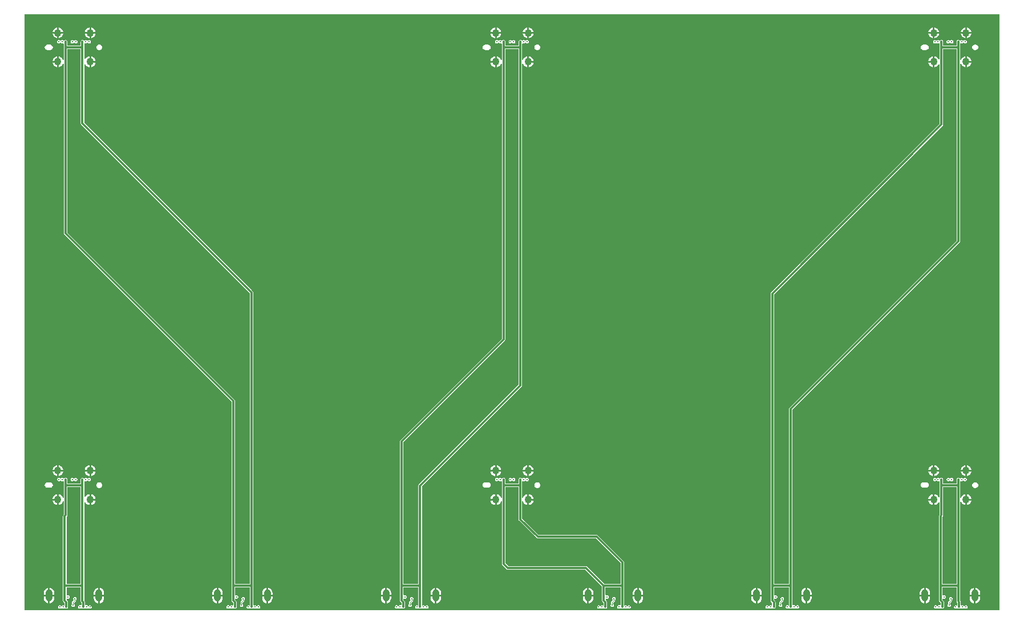
<source format=gbr>
%TF.GenerationSoftware,Altium Limited,Altium Designer,22.5.1 (42)*%
G04 Layer_Physical_Order=6*
G04 Layer_Color=16776960*
%FSLAX26Y26*%
%MOIN*%
%TF.SameCoordinates,0DA79311-8CAD-460E-879A-7D23F4F2BAF0*%
%TF.FilePolarity,Positive*%
%TF.FileFunction,Copper,L6,Inr,Signal*%
%TF.Part,Single*%
G01*
G75*
%TA.AperFunction,Conductor*%
%ADD14C,0.011811*%
%TA.AperFunction,ComponentPad*%
%ADD16C,0.043307*%
%ADD17O,0.039370X0.070866*%
%TA.AperFunction,ViaPad*%
%ADD18C,0.011811*%
%TA.AperFunction,Conductor*%
%ADD19C,0.004921*%
G36*
X6982802Y3403049D02*
X1284939D01*
Y6884377D01*
X6982802D01*
Y3403049D01*
D02*
G37*
%LPC*%
G36*
X6792402Y6808989D02*
Y6782559D01*
X6818832D01*
X6816898Y6789777D01*
X6812731Y6796995D01*
X6806837Y6802888D01*
X6799619Y6807055D01*
X6792402Y6808989D01*
D02*
G37*
G36*
X6782402D02*
X6775184Y6807055D01*
X6767966Y6802888D01*
X6762073Y6796995D01*
X6757905Y6789777D01*
X6755971Y6782559D01*
X6782402D01*
Y6808989D01*
D02*
G37*
G36*
X6603425D02*
Y6782559D01*
X6629856D01*
X6627922Y6789777D01*
X6623754Y6796995D01*
X6617861Y6802888D01*
X6610643Y6807055D01*
X6603425Y6808989D01*
D02*
G37*
G36*
X6593425D02*
X6586207Y6807055D01*
X6578989Y6802888D01*
X6573096Y6796995D01*
X6568929Y6789777D01*
X6566995Y6782559D01*
X6593425D01*
Y6808989D01*
D02*
G37*
G36*
X4233346D02*
Y6782559D01*
X4259777D01*
X4257843Y6789777D01*
X4253676Y6796995D01*
X4247782Y6802888D01*
X4240564Y6807055D01*
X4233346Y6808989D01*
D02*
G37*
G36*
X4223346D02*
X4216129Y6807055D01*
X4208911Y6802888D01*
X4203017Y6796995D01*
X4198850Y6789777D01*
X4196916Y6782559D01*
X4223346D01*
Y6808989D01*
D02*
G37*
G36*
X4044370D02*
Y6782559D01*
X4070800D01*
X4068866Y6789777D01*
X4064699Y6796995D01*
X4058806Y6802888D01*
X4051588Y6807055D01*
X4044370Y6808989D01*
D02*
G37*
G36*
X4034370D02*
X4027152Y6807055D01*
X4019934Y6802888D01*
X4014041Y6796995D01*
X4009874Y6789777D01*
X4007940Y6782559D01*
X4034370D01*
Y6808989D01*
D02*
G37*
G36*
X1674291D02*
Y6782559D01*
X1700722D01*
X1698788Y6789777D01*
X1694620Y6796995D01*
X1688727Y6802888D01*
X1681509Y6807055D01*
X1674291Y6808989D01*
D02*
G37*
G36*
X1664291D02*
X1657073Y6807055D01*
X1649856Y6802888D01*
X1643962Y6796995D01*
X1639795Y6789777D01*
X1637861Y6782559D01*
X1664291D01*
Y6808989D01*
D02*
G37*
G36*
X1485315D02*
Y6782559D01*
X1511745D01*
X1509811Y6789777D01*
X1505644Y6796995D01*
X1499751Y6802888D01*
X1492533Y6807055D01*
X1485315Y6808989D01*
D02*
G37*
G36*
X1475315D02*
X1468097Y6807055D01*
X1460879Y6802888D01*
X1454986Y6796995D01*
X1450819Y6789777D01*
X1448884Y6782559D01*
X1475315D01*
Y6808989D01*
D02*
G37*
G36*
X6818832Y6772559D02*
X6792402D01*
Y6746129D01*
X6799619Y6748063D01*
X6806837Y6752230D01*
X6812731Y6758123D01*
X6816898Y6765341D01*
X6818832Y6772559D01*
D02*
G37*
G36*
X6782402D02*
X6755971D01*
X6757905Y6765341D01*
X6762073Y6758123D01*
X6767966Y6752230D01*
X6775184Y6748063D01*
X6782402Y6746129D01*
Y6772559D01*
D02*
G37*
G36*
X6629856D02*
X6603425D01*
Y6746129D01*
X6610643Y6748063D01*
X6617861Y6752230D01*
X6623754Y6758123D01*
X6627922Y6765341D01*
X6629856Y6772559D01*
D02*
G37*
G36*
X6593425D02*
X6566995D01*
X6568929Y6765341D01*
X6573096Y6758123D01*
X6578989Y6752230D01*
X6586207Y6748063D01*
X6593425Y6746129D01*
Y6772559D01*
D02*
G37*
G36*
X4259777D02*
X4233346D01*
Y6746129D01*
X4240564Y6748063D01*
X4247782Y6752230D01*
X4253676Y6758123D01*
X4257843Y6765341D01*
X4259777Y6772559D01*
D02*
G37*
G36*
X4223346D02*
X4196916D01*
X4198850Y6765341D01*
X4203017Y6758123D01*
X4208911Y6752230D01*
X4216129Y6748063D01*
X4223346Y6746129D01*
Y6772559D01*
D02*
G37*
G36*
X4070800D02*
X4044370D01*
Y6746129D01*
X4051588Y6748063D01*
X4058806Y6752230D01*
X4064699Y6758123D01*
X4068866Y6765341D01*
X4070800Y6772559D01*
D02*
G37*
G36*
X4034370D02*
X4007940D01*
X4009874Y6765341D01*
X4014041Y6758123D01*
X4019934Y6752230D01*
X4027152Y6748063D01*
X4034370Y6746129D01*
Y6772559D01*
D02*
G37*
G36*
X1700722D02*
X1674291D01*
Y6746129D01*
X1681509Y6748063D01*
X1688727Y6752230D01*
X1694620Y6758123D01*
X1698788Y6765341D01*
X1700722Y6772559D01*
D02*
G37*
G36*
X1664291D02*
X1637861D01*
X1639795Y6765341D01*
X1643962Y6758123D01*
X1649856Y6752230D01*
X1657073Y6748063D01*
X1664291Y6746129D01*
Y6772559D01*
D02*
G37*
G36*
X1511745D02*
X1485315D01*
Y6746129D01*
X1492533Y6748063D01*
X1499751Y6752230D01*
X1505644Y6758123D01*
X1509811Y6765341D01*
X1511745Y6772559D01*
D02*
G37*
G36*
X1475315D02*
X1448884D01*
X1450819Y6765341D01*
X1454986Y6758123D01*
X1460879Y6752230D01*
X1468097Y6748063D01*
X1475315Y6746129D01*
Y6772559D01*
D02*
G37*
G36*
X6704714Y6735433D02*
X6700798D01*
X6697181Y6733935D01*
X6696120Y6732873D01*
X6692913Y6731710D01*
X6689707Y6732873D01*
X6688646Y6733935D01*
X6685029Y6735433D01*
X6681113D01*
X6677496Y6733935D01*
X6674727Y6731166D01*
X6673228Y6727548D01*
Y6723633D01*
X6674727Y6720015D01*
X6677496Y6717247D01*
X6681113Y6715748D01*
X6685029D01*
X6688646Y6717247D01*
X6689707Y6718308D01*
X6692913Y6719471D01*
X6696120Y6718308D01*
X6697181Y6717247D01*
X6700798Y6715748D01*
X6704714D01*
X6708331Y6717247D01*
X6711100Y6720015D01*
X6712599Y6723633D01*
Y6727548D01*
X6711100Y6731166D01*
X6708331Y6733935D01*
X6704714Y6735433D01*
D02*
G37*
G36*
X4145659D02*
X4141743D01*
X4138126Y6733935D01*
X4137065Y6732873D01*
X4133858Y6731710D01*
X4130652Y6732873D01*
X4129591Y6733935D01*
X4125974Y6735433D01*
X4122058D01*
X4118440Y6733935D01*
X4115672Y6731166D01*
X4114173Y6727548D01*
Y6723633D01*
X4115672Y6720015D01*
X4118440Y6717247D01*
X4122058Y6715748D01*
X4125974D01*
X4129591Y6717247D01*
X4130652Y6718308D01*
X4133858Y6719471D01*
X4137065Y6718308D01*
X4138126Y6717247D01*
X4141743Y6715748D01*
X4145659D01*
X4149276Y6717247D01*
X4152045Y6720015D01*
X4153543Y6723633D01*
Y6727548D01*
X4152045Y6731166D01*
X4149276Y6733935D01*
X4145659Y6735433D01*
D02*
G37*
G36*
X1586603D02*
X1582688D01*
X1579070Y6733935D01*
X1578009Y6732873D01*
X1574803Y6731710D01*
X1571597Y6732873D01*
X1570536Y6733935D01*
X1566918Y6735433D01*
X1563003D01*
X1559385Y6733935D01*
X1556617Y6731166D01*
X1555118Y6727548D01*
Y6723633D01*
X1556617Y6720015D01*
X1559385Y6717247D01*
X1563003Y6715748D01*
X1566918D01*
X1570536Y6717247D01*
X1571597Y6718308D01*
X1574803Y6719471D01*
X1578009Y6718308D01*
X1579070Y6717247D01*
X1582688Y6715748D01*
X1586603D01*
X1590221Y6717247D01*
X1592990Y6720015D01*
X1594488Y6723633D01*
Y6727548D01*
X1592990Y6731166D01*
X1590221Y6733935D01*
X1586603Y6735433D01*
D02*
G37*
G36*
X6742126Y6735827D02*
X6741137Y6735630D01*
X6740129D01*
X6739198Y6735244D01*
X6738209Y6735047D01*
X6737371Y6734488D01*
X6736439Y6734102D01*
X6735726Y6733389D01*
X6734888Y6732829D01*
X6734328Y6731990D01*
X6733615Y6731278D01*
X6733229Y6730346D01*
X6732669Y6729508D01*
X6732472Y6728519D01*
X6732087Y6727588D01*
Y6726579D01*
X6731890Y6725591D01*
Y6703150D01*
X6653937D01*
Y6725591D01*
X6653740Y6726579D01*
Y6727588D01*
X6653354Y6728519D01*
X6653158Y6729508D01*
X6652598Y6730346D01*
X6652212Y6731278D01*
X6651499Y6731990D01*
X6650939Y6732829D01*
X6650101Y6733389D01*
X6649388Y6734102D01*
X6648456Y6734488D01*
X6647618Y6735047D01*
X6646629Y6735244D01*
X6645698Y6735630D01*
X6644690D01*
X6643701Y6735827D01*
X6642712Y6735630D01*
X6641704D01*
X6640772Y6735244D01*
X6639784Y6735047D01*
X6638945Y6734488D01*
X6638014Y6734102D01*
X6637301Y6733389D01*
X6636923Y6733136D01*
X6636129Y6732793D01*
X6632804Y6732441D01*
X6631597Y6732616D01*
X6630501Y6733024D01*
X6629591Y6733935D01*
X6625974Y6735433D01*
X6622058D01*
X6618440Y6733935D01*
X6617379Y6732873D01*
X6614173Y6731710D01*
X6610967Y6732873D01*
X6609906Y6733935D01*
X6606288Y6735433D01*
X6602373D01*
X6598755Y6733935D01*
X6595987Y6731166D01*
X6594488Y6727548D01*
Y6723633D01*
X6595987Y6720015D01*
X6598755Y6717247D01*
X6602373Y6715748D01*
X6606288D01*
X6609906Y6717247D01*
X6610967Y6718308D01*
X6614173Y6719471D01*
X6617379Y6718308D01*
X6618440Y6717247D01*
X6622058Y6715748D01*
X6625974D01*
X6628465Y6716780D01*
X6632074Y6715197D01*
X6633465Y6714049D01*
Y6619117D01*
X6628465Y6618458D01*
X6627922Y6620485D01*
X6623754Y6627703D01*
X6617861Y6633597D01*
X6610643Y6637764D01*
X6603425Y6639698D01*
Y6608268D01*
Y6576837D01*
X6610643Y6578771D01*
X6617861Y6582939D01*
X6623754Y6588832D01*
X6627922Y6596050D01*
X6628465Y6598077D01*
X6633465Y6597419D01*
Y6246366D01*
X5647290Y5260191D01*
X5645071Y5256870D01*
X5644292Y5252953D01*
Y3545276D01*
Y3460138D01*
X5645071Y3456221D01*
X5647290Y3452900D01*
X5654134Y3446055D01*
Y3432801D01*
X5652743Y3431653D01*
X5649134Y3430070D01*
X5646643Y3431102D01*
X5642727D01*
X5639110Y3429604D01*
X5638049Y3428543D01*
X5634842Y3427379D01*
X5631636Y3428543D01*
X5630575Y3429604D01*
X5626958Y3431102D01*
X5623042D01*
X5619425Y3429604D01*
X5616656Y3426835D01*
X5615157Y3423218D01*
Y3419302D01*
X5616656Y3415684D01*
X5619425Y3412916D01*
X5623042Y3411417D01*
X5626958D01*
X5630575Y3412916D01*
X5631636Y3413977D01*
X5634842Y3415140D01*
X5638049Y3413977D01*
X5639110Y3412916D01*
X5642727Y3411417D01*
X5646643D01*
X5650260Y3412916D01*
X5651171Y3413826D01*
X5652900Y3414470D01*
X5656798Y3414057D01*
X5657592Y3413715D01*
X5657970Y3413462D01*
X5658683Y3412749D01*
X5659615Y3412363D01*
X5660453Y3411803D01*
X5661441Y3411606D01*
X5662373Y3411220D01*
X5663381D01*
X5664370Y3411024D01*
X5665359Y3411220D01*
X5666367D01*
X5667298Y3411606D01*
X5668287Y3411803D01*
X5669125Y3412363D01*
X5670057Y3412749D01*
X5670770Y3413462D01*
X5671608Y3414022D01*
X5672168Y3414860D01*
X5672881Y3415573D01*
X5673267Y3416504D01*
X5673827Y3417343D01*
X5674024Y3418331D01*
X5674409Y3419263D01*
Y3420271D01*
X5674606Y3421260D01*
Y3450295D01*
X5673827Y3454213D01*
X5671608Y3457533D01*
X5665333Y3463808D01*
X5665446Y3469095D01*
X5666021Y3469601D01*
X5669764Y3471291D01*
X5672216Y3470276D01*
X5676210D01*
X5679900Y3471804D01*
X5682724Y3474628D01*
X5684252Y3478318D01*
Y3482312D01*
X5682724Y3486002D01*
X5679900Y3488826D01*
X5676210Y3490354D01*
X5672216D01*
X5669764Y3489339D01*
X5666021Y3491029D01*
X5664764Y3492135D01*
Y3535039D01*
X5752559D01*
Y3433080D01*
X5751301Y3431974D01*
X5747559Y3430284D01*
X5745107Y3431299D01*
X5741113D01*
X5737423Y3429771D01*
X5734599Y3426947D01*
X5733071Y3423257D01*
Y3419263D01*
X5734599Y3415573D01*
X5737423Y3412749D01*
X5741113Y3411220D01*
X5745107D01*
X5748797Y3412749D01*
X5749686Y3413638D01*
X5751235Y3414290D01*
X5755156Y3414047D01*
X5756184Y3413603D01*
X5756395Y3413462D01*
X5757108Y3412749D01*
X5758040Y3412363D01*
X5758878Y3411803D01*
X5759867Y3411606D01*
X5760798Y3411220D01*
X5761806D01*
X5762795Y3411024D01*
X5763784Y3411220D01*
X5764792D01*
X5765724Y3411606D01*
X5766712Y3411803D01*
X5767551Y3412363D01*
X5768482Y3412749D01*
X5769195Y3413462D01*
X5769573Y3413715D01*
X5770367Y3414057D01*
X5774265Y3414470D01*
X5775995Y3413826D01*
X5776905Y3412916D01*
X5780522Y3411417D01*
X5784438D01*
X5788056Y3412916D01*
X5789117Y3413977D01*
X5792323Y3415140D01*
X5795529Y3413977D01*
X5796590Y3412916D01*
X5800208Y3411417D01*
X5804123D01*
X5807741Y3412916D01*
X5810509Y3415684D01*
X5812008Y3419302D01*
Y3423218D01*
X5810509Y3426835D01*
X5807741Y3429604D01*
X5804123Y3431102D01*
X5800208D01*
X5796590Y3429604D01*
X5795529Y3428543D01*
X5792323Y3427379D01*
X5789117Y3428543D01*
X5788056Y3429604D01*
X5784438Y3431102D01*
X5780522D01*
X5778031Y3430070D01*
X5774422Y3431653D01*
X5773031Y3432801D01*
Y3545275D01*
X5773031Y3545276D01*
X5773031Y3545276D01*
Y4575484D01*
X6749364Y5551817D01*
X6751583Y5555138D01*
X6752362Y5559055D01*
Y6597419D01*
X6757362Y6598077D01*
X6757905Y6596050D01*
X6762073Y6588832D01*
X6767966Y6582939D01*
X6775184Y6578771D01*
X6782402Y6576837D01*
Y6608268D01*
Y6639698D01*
X6775184Y6637764D01*
X6767966Y6633597D01*
X6762073Y6627703D01*
X6757905Y6620485D01*
X6757362Y6618458D01*
X6752362Y6619117D01*
Y6692913D01*
Y6714049D01*
X6753753Y6715197D01*
X6757362Y6716780D01*
X6759853Y6715748D01*
X6763769D01*
X6767386Y6717247D01*
X6768447Y6718308D01*
X6771654Y6719471D01*
X6774860Y6718308D01*
X6775921Y6717247D01*
X6779538Y6715748D01*
X6783454D01*
X6787071Y6717247D01*
X6789840Y6720015D01*
X6791339Y6723633D01*
Y6727548D01*
X6789840Y6731166D01*
X6787071Y6733935D01*
X6783454Y6735433D01*
X6779538D01*
X6775921Y6733935D01*
X6774860Y6732873D01*
X6771654Y6731710D01*
X6768447Y6732873D01*
X6767386Y6733935D01*
X6763769Y6735433D01*
X6759853D01*
X6756236Y6733935D01*
X6755325Y6733024D01*
X6753596Y6732380D01*
X6749698Y6732793D01*
X6748904Y6733136D01*
X6748526Y6733389D01*
X6747813Y6734102D01*
X6746881Y6734488D01*
X6746043Y6735047D01*
X6745055Y6735244D01*
X6744123Y6735630D01*
X6743115D01*
X6742126Y6735827D01*
D02*
G37*
G36*
X4183071D02*
X4182082Y6735630D01*
X4181074D01*
X4180142Y6735244D01*
X4179154Y6735047D01*
X4178315Y6734488D01*
X4177384Y6734102D01*
X4176671Y6733389D01*
X4175833Y6732829D01*
X4175273Y6731990D01*
X4174560Y6731278D01*
X4174174Y6730346D01*
X4173614Y6729508D01*
X4173417Y6728519D01*
X4173032Y6727588D01*
Y6726579D01*
X4172835Y6725591D01*
Y6703150D01*
X4094882D01*
Y6725591D01*
X4094685Y6726579D01*
Y6727588D01*
X4094299Y6728519D01*
X4094103Y6729508D01*
X4093543Y6730346D01*
X4093157Y6731278D01*
X4092444Y6731990D01*
X4091884Y6732829D01*
X4091046Y6733389D01*
X4090333Y6734102D01*
X4089401Y6734488D01*
X4088563Y6735047D01*
X4087574Y6735244D01*
X4086643Y6735630D01*
X4085635D01*
X4084646Y6735827D01*
X4083657Y6735630D01*
X4082649D01*
X4081717Y6735244D01*
X4080729Y6735047D01*
X4079890Y6734488D01*
X4078959Y6734102D01*
X4078246Y6733389D01*
X4077868Y6733136D01*
X4077074Y6732793D01*
X4073749Y6732441D01*
X4072542Y6732616D01*
X4071446Y6733024D01*
X4070536Y6733935D01*
X4066919Y6735433D01*
X4063003D01*
X4059385Y6733935D01*
X4058324Y6732873D01*
X4055118Y6731710D01*
X4051912Y6732873D01*
X4050851Y6733935D01*
X4047233Y6735433D01*
X4043318D01*
X4039700Y6733935D01*
X4036932Y6731166D01*
X4035433Y6727548D01*
Y6723633D01*
X4036932Y6720015D01*
X4039700Y6717247D01*
X4043318Y6715748D01*
X4047233D01*
X4050851Y6717247D01*
X4051912Y6718308D01*
X4055118Y6719471D01*
X4058324Y6718308D01*
X4059385Y6717247D01*
X4063003Y6715748D01*
X4066919D01*
X4069410Y6716780D01*
X4073018Y6715197D01*
X4074410Y6714049D01*
Y6619117D01*
X4069410Y6618458D01*
X4068866Y6620485D01*
X4064699Y6627703D01*
X4058806Y6633597D01*
X4051588Y6637764D01*
X4044370Y6639698D01*
Y6608268D01*
Y6576837D01*
X4051588Y6578771D01*
X4058806Y6582939D01*
X4064699Y6588832D01*
X4068866Y6596050D01*
X4069410Y6598077D01*
X4074410Y6597419D01*
Y4989476D01*
X3481935Y4397002D01*
X3479716Y4393681D01*
X3478937Y4389764D01*
Y3545276D01*
Y3460138D01*
X3479716Y3456221D01*
X3481935Y3452900D01*
X3488780Y3446055D01*
Y3432801D01*
X3487388Y3431653D01*
X3483780Y3430070D01*
X3481289Y3431102D01*
X3477373D01*
X3473755Y3429604D01*
X3472694Y3428543D01*
X3469488Y3427379D01*
X3466282Y3428543D01*
X3465221Y3429604D01*
X3461603Y3431102D01*
X3457688D01*
X3454070Y3429604D01*
X3451302Y3426835D01*
X3449803Y3423218D01*
Y3419302D01*
X3451302Y3415684D01*
X3454070Y3412916D01*
X3457688Y3411417D01*
X3461603D01*
X3465221Y3412916D01*
X3466282Y3413977D01*
X3469488Y3415140D01*
X3472694Y3413977D01*
X3473755Y3412916D01*
X3477373Y3411417D01*
X3481289D01*
X3484906Y3412916D01*
X3485816Y3413826D01*
X3487546Y3414470D01*
X3491444Y3414057D01*
X3492238Y3413715D01*
X3492616Y3413462D01*
X3493329Y3412749D01*
X3494260Y3412363D01*
X3495099Y3411803D01*
X3496087Y3411606D01*
X3497019Y3411220D01*
X3498027D01*
X3499016Y3411024D01*
X3500005Y3411220D01*
X3501013D01*
X3501944Y3411606D01*
X3502933Y3411803D01*
X3503771Y3412363D01*
X3504703Y3412749D01*
X3505416Y3413462D01*
X3506254Y3414022D01*
X3506814Y3414860D01*
X3507527Y3415573D01*
X3507913Y3416504D01*
X3508473Y3417343D01*
X3508669Y3418331D01*
X3509055Y3419263D01*
Y3420271D01*
X3509252Y3421260D01*
Y3450295D01*
X3508473Y3454213D01*
X3506254Y3457533D01*
X3499979Y3463808D01*
X3500092Y3469095D01*
X3500667Y3469601D01*
X3504410Y3471291D01*
X3506861Y3470276D01*
X3510855D01*
X3514545Y3471804D01*
X3517369Y3474628D01*
X3518898Y3478318D01*
Y3482312D01*
X3517369Y3486002D01*
X3514545Y3488826D01*
X3510855Y3490354D01*
X3506861D01*
X3504410Y3489339D01*
X3500667Y3491029D01*
X3499409Y3492135D01*
Y3535039D01*
X3587205D01*
Y3433080D01*
X3585947Y3431974D01*
X3582205Y3430284D01*
X3579753Y3431299D01*
X3575759D01*
X3572069Y3429771D01*
X3569245Y3426947D01*
X3567716Y3423257D01*
Y3419263D01*
X3569245Y3415573D01*
X3572069Y3412749D01*
X3575759Y3411220D01*
X3579753D01*
X3583443Y3412749D01*
X3584332Y3413638D01*
X3585881Y3414290D01*
X3589802Y3414047D01*
X3590830Y3413603D01*
X3591041Y3413462D01*
X3591754Y3412749D01*
X3592686Y3412363D01*
X3593524Y3411803D01*
X3594512Y3411606D01*
X3595444Y3411220D01*
X3596452D01*
X3597441Y3411024D01*
X3598430Y3411220D01*
X3599438D01*
X3600369Y3411606D01*
X3601358Y3411803D01*
X3602196Y3412363D01*
X3603128Y3412749D01*
X3603841Y3413462D01*
X3604219Y3413715D01*
X3605013Y3414057D01*
X3608911Y3414470D01*
X3610640Y3413826D01*
X3611551Y3412916D01*
X3615168Y3411417D01*
X3619084D01*
X3622701Y3412916D01*
X3623762Y3413977D01*
X3626968Y3415140D01*
X3630175Y3413977D01*
X3631236Y3412916D01*
X3634853Y3411417D01*
X3638769D01*
X3642386Y3412916D01*
X3645155Y3415684D01*
X3646653Y3419302D01*
Y3423218D01*
X3645155Y3426835D01*
X3642386Y3429604D01*
X3638769Y3431102D01*
X3634853D01*
X3631236Y3429604D01*
X3630175Y3428543D01*
X3626968Y3427379D01*
X3623762Y3428543D01*
X3622701Y3429604D01*
X3619084Y3431102D01*
X3615168D01*
X3612677Y3430070D01*
X3609068Y3431653D01*
X3607677Y3432801D01*
Y3545276D01*
Y4126666D01*
X4190309Y4709297D01*
X4192528Y4712618D01*
X4193307Y4716535D01*
Y6597419D01*
X4198307Y6598077D01*
X4198850Y6596050D01*
X4203017Y6588832D01*
X4208911Y6582939D01*
X4216129Y6578771D01*
X4223346Y6576837D01*
Y6608268D01*
Y6639698D01*
X4216129Y6637764D01*
X4208911Y6633597D01*
X4203017Y6627703D01*
X4198850Y6620485D01*
X4198307Y6618458D01*
X4193307Y6619117D01*
Y6692913D01*
Y6714049D01*
X4194698Y6715197D01*
X4198307Y6716780D01*
X4200798Y6715748D01*
X4204714D01*
X4208331Y6717247D01*
X4209392Y6718308D01*
X4212599Y6719471D01*
X4215805Y6718308D01*
X4216866Y6717247D01*
X4220483Y6715748D01*
X4224399D01*
X4228016Y6717247D01*
X4230785Y6720015D01*
X4232283Y6723633D01*
Y6727548D01*
X4230785Y6731166D01*
X4228016Y6733935D01*
X4224399Y6735433D01*
X4220483D01*
X4216866Y6733935D01*
X4215805Y6732873D01*
X4212598Y6731710D01*
X4209392Y6732873D01*
X4208331Y6733935D01*
X4204714Y6735433D01*
X4200798D01*
X4197181Y6733935D01*
X4196270Y6733024D01*
X4195175Y6732616D01*
X4193968Y6732441D01*
X4190643Y6732793D01*
X4189849Y6733136D01*
X4189471Y6733389D01*
X4188758Y6734102D01*
X4187826Y6734488D01*
X4186988Y6735047D01*
X4185999Y6735244D01*
X4185068Y6735630D01*
X4184060D01*
X4183071Y6735827D01*
D02*
G37*
G36*
X1624016D02*
X1623027Y6735630D01*
X1622019D01*
X1621087Y6735244D01*
X1620099Y6735047D01*
X1619260Y6734488D01*
X1618329Y6734102D01*
X1617616Y6733389D01*
X1616778Y6732829D01*
X1616218Y6731990D01*
X1615505Y6731278D01*
X1615119Y6730346D01*
X1614559Y6729508D01*
X1614362Y6728519D01*
X1613976Y6727588D01*
Y6726579D01*
X1613780Y6725591D01*
Y6703150D01*
X1535827D01*
Y6725591D01*
X1535630Y6726579D01*
Y6727588D01*
X1535244Y6728519D01*
X1535047Y6729508D01*
X1534487Y6730346D01*
X1534101Y6731278D01*
X1533389Y6731990D01*
X1532829Y6732829D01*
X1531990Y6733389D01*
X1531277Y6734102D01*
X1530346Y6734488D01*
X1529508Y6735047D01*
X1528519Y6735244D01*
X1527588Y6735630D01*
X1526579D01*
X1525591Y6735827D01*
X1524602Y6735630D01*
X1523593D01*
X1522662Y6735244D01*
X1521673Y6735047D01*
X1520835Y6734488D01*
X1519904Y6734102D01*
X1519191Y6733389D01*
X1518812Y6733136D01*
X1518019Y6732793D01*
X1514120Y6732380D01*
X1512391Y6733024D01*
X1511481Y6733935D01*
X1507863Y6735433D01*
X1503948D01*
X1500330Y6733935D01*
X1499269Y6732873D01*
X1496063Y6731710D01*
X1492857Y6732873D01*
X1491796Y6733935D01*
X1488178Y6735433D01*
X1484263D01*
X1480645Y6733935D01*
X1477876Y6731166D01*
X1476378Y6727548D01*
Y6723633D01*
X1477876Y6720015D01*
X1480645Y6717247D01*
X1484263Y6715748D01*
X1488178D01*
X1491796Y6717247D01*
X1492857Y6718308D01*
X1496063Y6719471D01*
X1499269Y6718308D01*
X1500330Y6717247D01*
X1503948Y6715748D01*
X1507863D01*
X1510354Y6716780D01*
X1513963Y6715197D01*
X1515354Y6714049D01*
Y6693898D01*
Y6619117D01*
X1510354Y6618458D01*
X1509811Y6620485D01*
X1505644Y6627703D01*
X1499751Y6633597D01*
X1492533Y6637764D01*
X1485315Y6639698D01*
Y6608268D01*
Y6576837D01*
X1492533Y6578771D01*
X1499751Y6582939D01*
X1505644Y6588832D01*
X1509811Y6596050D01*
X1510354Y6598077D01*
X1515354Y6597419D01*
Y5606299D01*
X1516134Y5602382D01*
X1518352Y5599061D01*
X2494685Y4622729D01*
Y3545276D01*
Y3460138D01*
X2495464Y3456221D01*
X2497683Y3452900D01*
X2504528Y3446055D01*
Y3432801D01*
X2503136Y3431653D01*
X2499528Y3430070D01*
X2497037Y3431102D01*
X2493121D01*
X2489503Y3429604D01*
X2488442Y3428543D01*
X2485236Y3427379D01*
X2482030Y3428543D01*
X2480969Y3429604D01*
X2477351Y3431102D01*
X2473436D01*
X2469818Y3429604D01*
X2467050Y3426835D01*
X2465551Y3423218D01*
Y3419302D01*
X2467050Y3415684D01*
X2469818Y3412916D01*
X2473436Y3411417D01*
X2477351D01*
X2480969Y3412916D01*
X2482030Y3413977D01*
X2485236Y3415140D01*
X2488442Y3413977D01*
X2489503Y3412916D01*
X2493121Y3411417D01*
X2497037D01*
X2500654Y3412916D01*
X2501564Y3413826D01*
X2503294Y3414470D01*
X2507192Y3414057D01*
X2507986Y3413715D01*
X2508364Y3413462D01*
X2509077Y3412749D01*
X2510008Y3412363D01*
X2510847Y3411803D01*
X2511835Y3411606D01*
X2512767Y3411220D01*
X2513775D01*
X2514764Y3411024D01*
X2515753Y3411220D01*
X2516761D01*
X2517692Y3411606D01*
X2518681Y3411803D01*
X2519519Y3412363D01*
X2520451Y3412749D01*
X2521164Y3413462D01*
X2522002Y3414022D01*
X2522562Y3414860D01*
X2523275Y3415573D01*
X2523661Y3416504D01*
X2524221Y3417343D01*
X2524417Y3418331D01*
X2524803Y3419263D01*
Y3420271D01*
X2525000Y3421260D01*
Y3450295D01*
X2524221Y3454213D01*
X2522002Y3457533D01*
X2515727Y3463808D01*
X2515840Y3469095D01*
X2516415Y3469601D01*
X2520157Y3471291D01*
X2522609Y3470276D01*
X2526603D01*
X2530293Y3471804D01*
X2533117Y3474628D01*
X2534646Y3478318D01*
Y3482312D01*
X2533117Y3486002D01*
X2530293Y3488826D01*
X2526603Y3490354D01*
X2522609D01*
X2520157Y3489339D01*
X2516415Y3491029D01*
X2515157Y3492135D01*
Y3535039D01*
X2602953D01*
Y3433080D01*
X2601695Y3431974D01*
X2597953Y3430284D01*
X2595501Y3431299D01*
X2591507D01*
X2587817Y3429771D01*
X2584993Y3426947D01*
X2583465Y3423257D01*
Y3419263D01*
X2584993Y3415573D01*
X2587817Y3412749D01*
X2591507Y3411220D01*
X2595501D01*
X2599191Y3412749D01*
X2600080Y3413638D01*
X2601629Y3414290D01*
X2605550Y3414047D01*
X2606578Y3413603D01*
X2606789Y3413462D01*
X2607502Y3412749D01*
X2608434Y3412363D01*
X2609272Y3411803D01*
X2610260Y3411606D01*
X2611192Y3411220D01*
X2612200D01*
X2613189Y3411024D01*
X2614178Y3411220D01*
X2615186D01*
X2616117Y3411606D01*
X2617106Y3411803D01*
X2617944Y3412363D01*
X2618876Y3412749D01*
X2619589Y3413462D01*
X2619967Y3413715D01*
X2620761Y3414057D01*
X2624659Y3414470D01*
X2626388Y3413826D01*
X2627299Y3412916D01*
X2630916Y3411417D01*
X2634832D01*
X2638449Y3412916D01*
X2639510Y3413977D01*
X2642716Y3415140D01*
X2645923Y3413977D01*
X2646984Y3412916D01*
X2650601Y3411417D01*
X2654517D01*
X2658134Y3412916D01*
X2660903Y3415684D01*
X2662401Y3419302D01*
Y3423218D01*
X2660903Y3426835D01*
X2658134Y3429604D01*
X2654517Y3431102D01*
X2650601D01*
X2646984Y3429604D01*
X2645923Y3428543D01*
X2642716Y3427379D01*
X2639510Y3428543D01*
X2638449Y3429604D01*
X2634832Y3431102D01*
X2630916D01*
X2628425Y3430070D01*
X2624816Y3431653D01*
X2623425Y3432801D01*
Y3545275D01*
X2623425Y3545276D01*
X2623425Y3545276D01*
Y5259843D01*
X2622646Y5263760D01*
X2620427Y5267081D01*
X1634252Y6253256D01*
Y6597419D01*
X1639252Y6598077D01*
X1639795Y6596050D01*
X1643962Y6588832D01*
X1649856Y6582939D01*
X1657073Y6578771D01*
X1664291Y6576837D01*
Y6608268D01*
Y6639698D01*
X1657073Y6637764D01*
X1649856Y6633597D01*
X1643962Y6627703D01*
X1639795Y6620485D01*
X1639252Y6618458D01*
X1634252Y6619117D01*
Y6692913D01*
Y6714049D01*
X1635643Y6715197D01*
X1639252Y6716780D01*
X1641743Y6715748D01*
X1645659D01*
X1649276Y6717247D01*
X1650337Y6718308D01*
X1653543Y6719471D01*
X1656749Y6718308D01*
X1657811Y6717247D01*
X1661428Y6715748D01*
X1665344D01*
X1668961Y6717247D01*
X1671730Y6720015D01*
X1673228Y6723633D01*
Y6727548D01*
X1671730Y6731166D01*
X1668961Y6733935D01*
X1665344Y6735433D01*
X1661428D01*
X1657811Y6733935D01*
X1656749Y6732873D01*
X1653543Y6731710D01*
X1650337Y6732873D01*
X1649276Y6733935D01*
X1645659Y6735433D01*
X1641743D01*
X1638125Y6733935D01*
X1637215Y6733024D01*
X1635486Y6732380D01*
X1631587Y6732793D01*
X1630794Y6733136D01*
X1630416Y6733389D01*
X1629703Y6734102D01*
X1628771Y6734488D01*
X1627933Y6735047D01*
X1626944Y6735244D01*
X1626013Y6735630D01*
X1625005D01*
X1624016Y6735827D01*
D02*
G37*
G36*
X6553543Y6708769D02*
X6537008D01*
X6530940Y6707562D01*
X6525796Y6704125D01*
X6522359Y6698981D01*
X6521152Y6692913D01*
X6522359Y6686846D01*
X6525796Y6681702D01*
X6530940Y6678265D01*
X6537008Y6677057D01*
X6553543D01*
X6559611Y6678265D01*
X6564755Y6681702D01*
X6568192Y6686846D01*
X6569399Y6692913D01*
X6568192Y6698981D01*
X6564755Y6704125D01*
X6559611Y6707562D01*
X6553543Y6708769D01*
D02*
G37*
G36*
X3994488D02*
X3977953D01*
X3971885Y6707562D01*
X3966741Y6704125D01*
X3963304Y6698981D01*
X3962097Y6692913D01*
X3963304Y6686846D01*
X3966741Y6681702D01*
X3971885Y6678265D01*
X3977953Y6677057D01*
X3994488D01*
X4000556Y6678265D01*
X4005700Y6681702D01*
X4009137Y6686846D01*
X4010344Y6692913D01*
X4009137Y6698981D01*
X4005700Y6704125D01*
X4000556Y6707562D01*
X3994488Y6708769D01*
D02*
G37*
G36*
X1435433D02*
X1418898D01*
X1412830Y6707562D01*
X1407686Y6704125D01*
X1404249Y6698981D01*
X1403042Y6692913D01*
X1404249Y6686846D01*
X1407686Y6681702D01*
X1412830Y6678265D01*
X1418898Y6677057D01*
X1435433D01*
X1441501Y6678265D01*
X1446645Y6681702D01*
X1450082Y6686846D01*
X1451289Y6692913D01*
X1450082Y6698981D01*
X1446645Y6704125D01*
X1441501Y6707562D01*
X1435433Y6708769D01*
D02*
G37*
G36*
X6843958Y6710039D02*
X6837145D01*
X6830850Y6707432D01*
X6826033Y6702614D01*
X6823425Y6696320D01*
Y6689507D01*
X6826033Y6683212D01*
X6830850Y6678395D01*
X6837145Y6675787D01*
X6843958D01*
X6850252Y6678395D01*
X6855070Y6683212D01*
X6857677Y6689507D01*
Y6696320D01*
X6855070Y6702614D01*
X6850252Y6707432D01*
X6843958Y6710039D01*
D02*
G37*
G36*
X4284903D02*
X4278090D01*
X4271795Y6707432D01*
X4266977Y6702614D01*
X4264370Y6696320D01*
Y6689507D01*
X4266977Y6683212D01*
X4271795Y6678395D01*
X4278090Y6675787D01*
X4284903D01*
X4291197Y6678395D01*
X4296015Y6683212D01*
X4298622Y6689507D01*
Y6696320D01*
X4296015Y6702614D01*
X4291197Y6707432D01*
X4284903Y6710039D01*
D02*
G37*
G36*
X1725848D02*
X1719034D01*
X1712740Y6707432D01*
X1707922Y6702614D01*
X1705315Y6696320D01*
Y6689507D01*
X1707922Y6683212D01*
X1712740Y6678395D01*
X1719034Y6675787D01*
X1725848D01*
X1732142Y6678395D01*
X1736960Y6683212D01*
X1739567Y6689507D01*
Y6696320D01*
X1736960Y6702614D01*
X1732142Y6707432D01*
X1725848Y6710039D01*
D02*
G37*
G36*
X6792402Y6639698D02*
Y6613268D01*
X6818832D01*
X6816898Y6620485D01*
X6812731Y6627703D01*
X6806837Y6633597D01*
X6799619Y6637764D01*
X6792402Y6639698D01*
D02*
G37*
G36*
X6593425D02*
X6586207Y6637764D01*
X6578989Y6633597D01*
X6573096Y6627703D01*
X6568929Y6620485D01*
X6566995Y6613268D01*
X6593425D01*
Y6639698D01*
D02*
G37*
G36*
X4233346D02*
Y6613268D01*
X4259777D01*
X4257843Y6620485D01*
X4253676Y6627703D01*
X4247782Y6633597D01*
X4240564Y6637764D01*
X4233346Y6639698D01*
D02*
G37*
G36*
X4034370D02*
X4027152Y6637764D01*
X4019934Y6633597D01*
X4014041Y6627703D01*
X4009874Y6620485D01*
X4007940Y6613268D01*
X4034370D01*
Y6639698D01*
D02*
G37*
G36*
X1674291D02*
Y6613268D01*
X1700722D01*
X1698788Y6620485D01*
X1694620Y6627703D01*
X1688727Y6633597D01*
X1681509Y6637764D01*
X1674291Y6639698D01*
D02*
G37*
G36*
X1475315D02*
X1468097Y6637764D01*
X1460879Y6633597D01*
X1454986Y6627703D01*
X1450819Y6620485D01*
X1448884Y6613268D01*
X1475315D01*
Y6639698D01*
D02*
G37*
G36*
X6818832Y6603268D02*
X6792402D01*
Y6576837D01*
X6799619Y6578771D01*
X6806837Y6582939D01*
X6812731Y6588832D01*
X6816898Y6596050D01*
X6818832Y6603268D01*
D02*
G37*
G36*
X6593425D02*
X6566995D01*
X6568929Y6596050D01*
X6573096Y6588832D01*
X6578989Y6582939D01*
X6586207Y6578771D01*
X6593425Y6576837D01*
Y6603268D01*
D02*
G37*
G36*
X4259777D02*
X4233346D01*
Y6576837D01*
X4240564Y6578771D01*
X4247782Y6582939D01*
X4253676Y6588832D01*
X4257843Y6596050D01*
X4259777Y6603268D01*
D02*
G37*
G36*
X4034370D02*
X4007940D01*
X4009874Y6596050D01*
X4014041Y6588832D01*
X4019934Y6582939D01*
X4027152Y6578771D01*
X4034370Y6576837D01*
Y6603268D01*
D02*
G37*
G36*
X1700722D02*
X1674291D01*
Y6576837D01*
X1681509Y6578771D01*
X1688727Y6582939D01*
X1694620Y6588832D01*
X1698788Y6596050D01*
X1700722Y6603268D01*
D02*
G37*
G36*
X1475315D02*
X1448884D01*
X1450819Y6596050D01*
X1454986Y6588832D01*
X1460879Y6582939D01*
X1468097Y6578771D01*
X1475315Y6576837D01*
Y6603268D01*
D02*
G37*
G36*
X6792402Y4249934D02*
Y4223504D01*
X6818832D01*
X6816898Y4230722D01*
X6812731Y4237940D01*
X6806837Y4243833D01*
X6799619Y4248000D01*
X6792402Y4249934D01*
D02*
G37*
G36*
X6782402D02*
X6775184Y4248000D01*
X6767966Y4243833D01*
X6762073Y4237940D01*
X6757905Y4230722D01*
X6755971Y4223504D01*
X6782402D01*
Y4249934D01*
D02*
G37*
G36*
X6603425D02*
Y4223504D01*
X6629856D01*
X6627922Y4230722D01*
X6623754Y4237940D01*
X6617861Y4243833D01*
X6610643Y4248000D01*
X6603425Y4249934D01*
D02*
G37*
G36*
X6593425D02*
X6586207Y4248000D01*
X6578989Y4243833D01*
X6573096Y4237940D01*
X6568929Y4230722D01*
X6566995Y4223504D01*
X6593425D01*
Y4249934D01*
D02*
G37*
G36*
X4233346D02*
Y4223504D01*
X4259777D01*
X4257843Y4230722D01*
X4253676Y4237940D01*
X4247782Y4243833D01*
X4240564Y4248000D01*
X4233346Y4249934D01*
D02*
G37*
G36*
X4223346D02*
X4216129Y4248000D01*
X4208911Y4243833D01*
X4203017Y4237940D01*
X4198850Y4230722D01*
X4196916Y4223504D01*
X4223346D01*
Y4249934D01*
D02*
G37*
G36*
X4044370D02*
Y4223504D01*
X4070800D01*
X4068866Y4230722D01*
X4064699Y4237940D01*
X4058806Y4243833D01*
X4051588Y4248000D01*
X4044370Y4249934D01*
D02*
G37*
G36*
X4034370D02*
X4027152Y4248000D01*
X4019934Y4243833D01*
X4014041Y4237940D01*
X4009874Y4230722D01*
X4007940Y4223504D01*
X4034370D01*
Y4249934D01*
D02*
G37*
G36*
X1674291D02*
Y4223504D01*
X1700722D01*
X1698788Y4230722D01*
X1694620Y4237940D01*
X1688727Y4243833D01*
X1681509Y4248000D01*
X1674291Y4249934D01*
D02*
G37*
G36*
X1664291D02*
X1657073Y4248000D01*
X1649856Y4243833D01*
X1643962Y4237940D01*
X1639795Y4230722D01*
X1637861Y4223504D01*
X1664291D01*
Y4249934D01*
D02*
G37*
G36*
X1485315D02*
Y4223504D01*
X1511745D01*
X1509811Y4230722D01*
X1505644Y4237940D01*
X1499751Y4243833D01*
X1492533Y4248000D01*
X1485315Y4249934D01*
D02*
G37*
G36*
X1475315D02*
X1468097Y4248000D01*
X1460879Y4243833D01*
X1454986Y4237940D01*
X1450819Y4230722D01*
X1448884Y4223504D01*
X1475315D01*
Y4249934D01*
D02*
G37*
G36*
X6818832Y4213504D02*
X6792402D01*
Y4187074D01*
X6799619Y4189008D01*
X6806837Y4193175D01*
X6812731Y4199068D01*
X6816898Y4206286D01*
X6818832Y4213504D01*
D02*
G37*
G36*
X6782402D02*
X6755971D01*
X6757905Y4206286D01*
X6762073Y4199068D01*
X6767966Y4193175D01*
X6775184Y4189008D01*
X6782402Y4187074D01*
Y4213504D01*
D02*
G37*
G36*
X6629856D02*
X6603425D01*
Y4187074D01*
X6610643Y4189008D01*
X6617861Y4193175D01*
X6623754Y4199068D01*
X6627922Y4206286D01*
X6629856Y4213504D01*
D02*
G37*
G36*
X6593425D02*
X6566995D01*
X6568929Y4206286D01*
X6573096Y4199068D01*
X6578989Y4193175D01*
X6586207Y4189008D01*
X6593425Y4187074D01*
Y4213504D01*
D02*
G37*
G36*
X4259777D02*
X4233346D01*
Y4187074D01*
X4240564Y4189008D01*
X4247782Y4193175D01*
X4253676Y4199068D01*
X4257843Y4206286D01*
X4259777Y4213504D01*
D02*
G37*
G36*
X4223346D02*
X4196916D01*
X4198850Y4206286D01*
X4203017Y4199068D01*
X4208911Y4193175D01*
X4216129Y4189008D01*
X4223346Y4187074D01*
Y4213504D01*
D02*
G37*
G36*
X4070800D02*
X4044370D01*
Y4187074D01*
X4051588Y4189008D01*
X4058806Y4193175D01*
X4064699Y4199068D01*
X4068866Y4206286D01*
X4070800Y4213504D01*
D02*
G37*
G36*
X4034370D02*
X4007940D01*
X4009874Y4206286D01*
X4014041Y4199068D01*
X4019934Y4193175D01*
X4027152Y4189008D01*
X4034370Y4187074D01*
Y4213504D01*
D02*
G37*
G36*
X1700722D02*
X1674291D01*
Y4187074D01*
X1681509Y4189008D01*
X1688727Y4193175D01*
X1694620Y4199068D01*
X1698788Y4206286D01*
X1700722Y4213504D01*
D02*
G37*
G36*
X1664291D02*
X1637861D01*
X1639795Y4206286D01*
X1643962Y4199068D01*
X1649856Y4193175D01*
X1657073Y4189008D01*
X1664291Y4187074D01*
Y4213504D01*
D02*
G37*
G36*
X1511745D02*
X1485315D01*
Y4187074D01*
X1492533Y4189008D01*
X1499751Y4193175D01*
X1505644Y4199068D01*
X1509811Y4206286D01*
X1511745Y4213504D01*
D02*
G37*
G36*
X1475315D02*
X1448884D01*
X1450819Y4206286D01*
X1454986Y4199068D01*
X1460879Y4193175D01*
X1468097Y4189008D01*
X1475315Y4187074D01*
Y4213504D01*
D02*
G37*
G36*
X6704714Y4176378D02*
X6700798D01*
X6697181Y4174880D01*
X6696120Y4173818D01*
X6692913Y4172655D01*
X6689707Y4173818D01*
X6688646Y4174880D01*
X6685029Y4176378D01*
X6681113D01*
X6677496Y4174880D01*
X6674727Y4172111D01*
X6673228Y4168493D01*
Y4164578D01*
X6674727Y4160960D01*
X6677496Y4158191D01*
X6681113Y4156693D01*
X6685029D01*
X6688646Y4158191D01*
X6689707Y4159253D01*
X6692913Y4160416D01*
X6696120Y4159253D01*
X6697181Y4158191D01*
X6700798Y4156693D01*
X6704714D01*
X6708331Y4158191D01*
X6711100Y4160960D01*
X6712599Y4164578D01*
Y4168493D01*
X6711100Y4172111D01*
X6708331Y4174880D01*
X6704714Y4176378D01*
D02*
G37*
G36*
X4145659D02*
X4141743D01*
X4138126Y4174880D01*
X4137065Y4173818D01*
X4133858Y4172655D01*
X4130652Y4173818D01*
X4129591Y4174880D01*
X4125974Y4176378D01*
X4122058D01*
X4118440Y4174880D01*
X4115672Y4172111D01*
X4114173Y4168493D01*
Y4164578D01*
X4115672Y4160960D01*
X4118440Y4158191D01*
X4122058Y4156693D01*
X4125974D01*
X4129591Y4158191D01*
X4130652Y4159253D01*
X4133858Y4160416D01*
X4137065Y4159253D01*
X4138126Y4158191D01*
X4141743Y4156693D01*
X4145659D01*
X4149276Y4158191D01*
X4152045Y4160960D01*
X4153543Y4164578D01*
Y4168493D01*
X4152045Y4172111D01*
X4149276Y4174880D01*
X4145659Y4176378D01*
D02*
G37*
G36*
X1586603D02*
X1582688D01*
X1579070Y4174880D01*
X1578009Y4173818D01*
X1574803Y4172655D01*
X1571597Y4173818D01*
X1570536Y4174880D01*
X1566918Y4176378D01*
X1563003D01*
X1559385Y4174880D01*
X1556617Y4172111D01*
X1555118Y4168493D01*
Y4164578D01*
X1556617Y4160960D01*
X1559385Y4158191D01*
X1563003Y4156693D01*
X1566918D01*
X1570536Y4158191D01*
X1571597Y4159253D01*
X1574803Y4160416D01*
X1578009Y4159253D01*
X1579070Y4158191D01*
X1582688Y4156693D01*
X1586603D01*
X1590221Y4158191D01*
X1592990Y4160960D01*
X1594488Y4164578D01*
Y4168493D01*
X1592990Y4172111D01*
X1590221Y4174880D01*
X1586603Y4176378D01*
D02*
G37*
G36*
X6742126Y4176772D02*
X6741137Y4176575D01*
X6740129D01*
X6739198Y4176189D01*
X6738209Y4175992D01*
X6737371Y4175432D01*
X6736439Y4175047D01*
X6735726Y4174333D01*
X6734888Y4173774D01*
X6734328Y4172935D01*
X6733615Y4172222D01*
X6733229Y4171291D01*
X6732669Y4170453D01*
X6732472Y4169464D01*
X6732087Y4168533D01*
Y4167524D01*
X6731890Y4166535D01*
Y4144094D01*
X6653937D01*
Y4166535D01*
X6653740Y4167524D01*
Y4168533D01*
X6653354Y4169464D01*
X6653158Y4170453D01*
X6652598Y4171291D01*
X6652212Y4172222D01*
X6651499Y4172935D01*
X6650939Y4173774D01*
X6650101Y4174333D01*
X6649388Y4175047D01*
X6648456Y4175432D01*
X6647618Y4175992D01*
X6646629Y4176189D01*
X6645698Y4176575D01*
X6644690D01*
X6643701Y4176772D01*
X6642712Y4176575D01*
X6641704D01*
X6640772Y4176189D01*
X6639784Y4175992D01*
X6638945Y4175432D01*
X6638014Y4175047D01*
X6637301Y4174333D01*
X6636923Y4174081D01*
X6636129Y4173738D01*
X6632231Y4173325D01*
X6630501Y4173969D01*
X6629591Y4174880D01*
X6625974Y4176378D01*
X6622058D01*
X6618440Y4174880D01*
X6617379Y4173818D01*
X6614173Y4172655D01*
X6610967Y4173818D01*
X6609906Y4174880D01*
X6606288Y4176378D01*
X6602373D01*
X6598755Y4174880D01*
X6595987Y4172111D01*
X6594488Y4168493D01*
Y4164578D01*
X6595987Y4160960D01*
X6598755Y4158191D01*
X6602373Y4156693D01*
X6606288D01*
X6609906Y4158191D01*
X6610967Y4159253D01*
X6614173Y4160416D01*
X6617379Y4159253D01*
X6618440Y4158191D01*
X6622058Y4156693D01*
X6625974D01*
X6628465Y4157725D01*
X6632074Y4156142D01*
X6633465Y4154994D01*
Y4060062D01*
X6628465Y4059403D01*
X6627922Y4061430D01*
X6623754Y4068648D01*
X6617861Y4074542D01*
X6610643Y4078709D01*
X6603425Y4080643D01*
Y4049213D01*
Y4017782D01*
X6610643Y4019716D01*
X6617861Y4023883D01*
X6623754Y4029777D01*
X6627922Y4036995D01*
X6628465Y4039022D01*
X6633465Y4038364D01*
Y3961917D01*
X6631542Y3959994D01*
X6629323Y3956673D01*
X6628543Y3952756D01*
Y3545276D01*
Y3459646D01*
X6629323Y3455729D01*
X6631542Y3452408D01*
X6638386Y3445563D01*
Y3432801D01*
X6636995Y3431653D01*
X6633386Y3430070D01*
X6630895Y3431102D01*
X6626979D01*
X6623362Y3429604D01*
X6622301Y3428543D01*
X6619094Y3427379D01*
X6615888Y3428543D01*
X6614827Y3429604D01*
X6611210Y3431102D01*
X6607294D01*
X6603677Y3429604D01*
X6600908Y3426835D01*
X6599409Y3423218D01*
Y3419302D01*
X6600908Y3415684D01*
X6603677Y3412916D01*
X6607294Y3411417D01*
X6611210D01*
X6614827Y3412916D01*
X6615888Y3413977D01*
X6619095Y3415140D01*
X6622301Y3413977D01*
X6623362Y3412916D01*
X6626979Y3411417D01*
X6630895D01*
X6634512Y3412916D01*
X6635423Y3413826D01*
X6637152Y3414470D01*
X6641050Y3414057D01*
X6641844Y3413715D01*
X6642222Y3413462D01*
X6642935Y3412749D01*
X6643867Y3412363D01*
X6644705Y3411803D01*
X6645694Y3411606D01*
X6646625Y3411220D01*
X6647633D01*
X6648622Y3411024D01*
X6649611Y3411220D01*
X6650619D01*
X6651551Y3411606D01*
X6652539Y3411803D01*
X6653377Y3412363D01*
X6654309Y3412749D01*
X6655022Y3413462D01*
X6655860Y3414022D01*
X6656420Y3414860D01*
X6657133Y3415573D01*
X6657519Y3416504D01*
X6658079Y3417343D01*
X6658276Y3418331D01*
X6658661Y3419263D01*
Y3420271D01*
X6658858Y3421260D01*
Y3449803D01*
X6658079Y3453720D01*
X6655860Y3457041D01*
X6649016Y3463886D01*
Y3469164D01*
X6650931Y3470468D01*
X6654016Y3471699D01*
X6656914Y3470499D01*
X6660908D01*
X6664598Y3472027D01*
X6667422Y3474852D01*
X6668950Y3478541D01*
Y3482535D01*
X6667422Y3486225D01*
X6664598Y3489049D01*
X6660908Y3490578D01*
X6656914D01*
X6654016Y3489377D01*
X6650931Y3490609D01*
X6649016Y3491912D01*
Y3535039D01*
X6731890D01*
Y3454724D01*
X6732669Y3450807D01*
X6734888Y3447486D01*
X6736811Y3445563D01*
Y3433080D01*
X6735553Y3431974D01*
X6731811Y3430284D01*
X6729359Y3431299D01*
X6725365D01*
X6721675Y3429771D01*
X6718851Y3426947D01*
X6717323Y3423257D01*
Y3419263D01*
X6718851Y3415573D01*
X6721675Y3412749D01*
X6725365Y3411220D01*
X6729359D01*
X6733049Y3412749D01*
X6733938Y3413638D01*
X6734920Y3414051D01*
X6736020Y3414257D01*
X6739408Y3414047D01*
X6740436Y3413603D01*
X6740647Y3413462D01*
X6741360Y3412749D01*
X6742292Y3412363D01*
X6743130Y3411803D01*
X6744119Y3411606D01*
X6745050Y3411220D01*
X6746058D01*
X6747047Y3411024D01*
X6748036Y3411220D01*
X6749044D01*
X6749976Y3411606D01*
X6750964Y3411803D01*
X6751803Y3412363D01*
X6752734Y3412749D01*
X6753447Y3413462D01*
X6753825Y3413715D01*
X6754619Y3414057D01*
X6757944Y3414410D01*
X6759151Y3414234D01*
X6760247Y3413826D01*
X6761157Y3412916D01*
X6764774Y3411417D01*
X6768690D01*
X6772307Y3412916D01*
X6773369Y3413977D01*
X6776575Y3415140D01*
X6779781Y3413977D01*
X6780842Y3412916D01*
X6784459Y3411417D01*
X6788375D01*
X6791993Y3412916D01*
X6794761Y3415684D01*
X6796260Y3419302D01*
Y3423218D01*
X6794761Y3426835D01*
X6791993Y3429604D01*
X6788375Y3431102D01*
X6784459D01*
X6780842Y3429604D01*
X6779781Y3428543D01*
X6776575Y3427379D01*
X6773369Y3428543D01*
X6772307Y3429604D01*
X6768690Y3431102D01*
X6764774D01*
X6762283Y3430070D01*
X6758675Y3431653D01*
X6757283Y3432801D01*
Y3449803D01*
X6756504Y3453720D01*
X6754285Y3457041D01*
X6752362Y3458964D01*
Y3545276D01*
Y4038364D01*
X6757362Y4039022D01*
X6757905Y4036995D01*
X6762073Y4029777D01*
X6767966Y4023883D01*
X6775184Y4019716D01*
X6782402Y4017782D01*
Y4049213D01*
Y4080643D01*
X6775184Y4078709D01*
X6767966Y4074542D01*
X6762073Y4068648D01*
X6757905Y4061430D01*
X6757362Y4059403D01*
X6752362Y4060062D01*
Y4133858D01*
Y4154994D01*
X6753753Y4156142D01*
X6757362Y4157725D01*
X6759853Y4156693D01*
X6763769D01*
X6767386Y4158191D01*
X6768447Y4159253D01*
X6771654Y4160416D01*
X6774860Y4159253D01*
X6775921Y4158191D01*
X6779538Y4156693D01*
X6783454D01*
X6787071Y4158191D01*
X6789840Y4160960D01*
X6791339Y4164578D01*
Y4168493D01*
X6789840Y4172111D01*
X6787071Y4174880D01*
X6783454Y4176378D01*
X6779538D01*
X6775921Y4174880D01*
X6774860Y4173818D01*
X6771654Y4172655D01*
X6768447Y4173818D01*
X6767386Y4174880D01*
X6763769Y4176378D01*
X6759853D01*
X6756236Y4174880D01*
X6755325Y4173969D01*
X6754230Y4173561D01*
X6753023Y4173386D01*
X6749698Y4173738D01*
X6748904Y4174081D01*
X6748526Y4174333D01*
X6747813Y4175047D01*
X6746881Y4175432D01*
X6746043Y4175992D01*
X6745055Y4176189D01*
X6744123Y4176575D01*
X6743115D01*
X6742126Y4176772D01*
D02*
G37*
G36*
X4183071D02*
X4182082Y4176575D01*
X4181074D01*
X4180142Y4176189D01*
X4179154Y4175992D01*
X4178315Y4175432D01*
X4177384Y4175047D01*
X4176671Y4174333D01*
X4175833Y4173774D01*
X4175273Y4172935D01*
X4174560Y4172222D01*
X4174174Y4171291D01*
X4173614Y4170453D01*
X4173417Y4169464D01*
X4173032Y4168533D01*
Y4167524D01*
X4172835Y4166535D01*
Y4144094D01*
X4094882D01*
Y4166535D01*
X4094685Y4167524D01*
Y4168533D01*
X4094299Y4169464D01*
X4094103Y4170453D01*
X4093543Y4171291D01*
X4093157Y4172222D01*
X4092444Y4172935D01*
X4091884Y4173774D01*
X4091046Y4174333D01*
X4090333Y4175047D01*
X4089401Y4175432D01*
X4088563Y4175992D01*
X4087574Y4176189D01*
X4086643Y4176575D01*
X4085635D01*
X4084646Y4176772D01*
X4083657Y4176575D01*
X4082649D01*
X4081717Y4176189D01*
X4080729Y4175992D01*
X4079890Y4175432D01*
X4078959Y4175047D01*
X4078246Y4174333D01*
X4077868Y4174081D01*
X4077074Y4173738D01*
X4073176Y4173325D01*
X4071446Y4173969D01*
X4070536Y4174880D01*
X4066919Y4176378D01*
X4063003D01*
X4059385Y4174880D01*
X4058324Y4173818D01*
X4055118Y4172655D01*
X4051912Y4173818D01*
X4050851Y4174880D01*
X4047233Y4176378D01*
X4043318D01*
X4039700Y4174880D01*
X4036932Y4172111D01*
X4035433Y4168493D01*
Y4164578D01*
X4036932Y4160960D01*
X4039700Y4158191D01*
X4043318Y4156693D01*
X4047233D01*
X4050851Y4158191D01*
X4051912Y4159253D01*
X4055118Y4160416D01*
X4058324Y4159253D01*
X4059385Y4158191D01*
X4063003Y4156693D01*
X4066919D01*
X4069410Y4157725D01*
X4073018Y4156142D01*
X4074410Y4154994D01*
Y4060062D01*
X4069410Y4059403D01*
X4068866Y4061430D01*
X4064699Y4068648D01*
X4058806Y4074542D01*
X4051588Y4078709D01*
X4044370Y4080643D01*
Y4049213D01*
Y4017782D01*
X4051588Y4019716D01*
X4058806Y4023883D01*
X4064699Y4029777D01*
X4068866Y4036995D01*
X4069410Y4039022D01*
X4074410Y4038364D01*
Y3674213D01*
X4075189Y3670295D01*
X4077408Y3666975D01*
X4102998Y3641384D01*
X4106319Y3639165D01*
X4110236Y3638386D01*
X4562689D01*
X4660039Y3541036D01*
Y3460138D01*
X4660819Y3456221D01*
X4663038Y3452900D01*
X4669882Y3446055D01*
Y3432801D01*
X4668491Y3431653D01*
X4664882Y3430070D01*
X4662391Y3431102D01*
X4658475D01*
X4654858Y3429604D01*
X4653797Y3428543D01*
X4650590Y3427379D01*
X4647384Y3428543D01*
X4646323Y3429604D01*
X4642706Y3431102D01*
X4638790D01*
X4635173Y3429604D01*
X4632404Y3426835D01*
X4630905Y3423218D01*
Y3419302D01*
X4632404Y3415684D01*
X4635173Y3412916D01*
X4638790Y3411417D01*
X4642706D01*
X4646323Y3412916D01*
X4647384Y3413977D01*
X4650591Y3415140D01*
X4653797Y3413977D01*
X4654858Y3412916D01*
X4658475Y3411417D01*
X4662391D01*
X4666008Y3412916D01*
X4666919Y3413826D01*
X4668648Y3414470D01*
X4672546Y3414057D01*
X4673340Y3413715D01*
X4673718Y3413462D01*
X4674431Y3412749D01*
X4675363Y3412363D01*
X4676201Y3411803D01*
X4677190Y3411606D01*
X4678121Y3411220D01*
X4679129D01*
X4680118Y3411024D01*
X4681107Y3411220D01*
X4682115D01*
X4683047Y3411606D01*
X4684035Y3411803D01*
X4684873Y3412363D01*
X4685805Y3412749D01*
X4686518Y3413462D01*
X4687356Y3414022D01*
X4687916Y3414860D01*
X4688629Y3415573D01*
X4689015Y3416504D01*
X4689575Y3417343D01*
X4689772Y3418331D01*
X4690157Y3419263D01*
Y3420271D01*
X4690354Y3421260D01*
Y3450295D01*
X4689575Y3454213D01*
X4687356Y3457533D01*
X4681081Y3463808D01*
X4681194Y3469095D01*
X4681769Y3469601D01*
X4685512Y3471291D01*
X4687964Y3470276D01*
X4691958D01*
X4695648Y3471804D01*
X4698472Y3474628D01*
X4700000Y3478318D01*
Y3482312D01*
X4698472Y3486002D01*
X4695648Y3488826D01*
X4691958Y3490354D01*
X4687964D01*
X4685512Y3489339D01*
X4681769Y3491029D01*
X4680512Y3492135D01*
Y3535039D01*
X4768307D01*
Y3433080D01*
X4767050Y3431974D01*
X4763307Y3430284D01*
X4760855Y3431299D01*
X4756861D01*
X4753171Y3429771D01*
X4750347Y3426947D01*
X4748819Y3423257D01*
Y3419263D01*
X4750347Y3415573D01*
X4753171Y3412749D01*
X4756861Y3411220D01*
X4760855D01*
X4764545Y3412749D01*
X4765434Y3413638D01*
X4766983Y3414290D01*
X4770904Y3414047D01*
X4771932Y3413603D01*
X4772143Y3413462D01*
X4772856Y3412749D01*
X4773788Y3412363D01*
X4774626Y3411803D01*
X4775615Y3411606D01*
X4776546Y3411220D01*
X4777554D01*
X4778543Y3411024D01*
X4779532Y3411220D01*
X4780540D01*
X4781472Y3411606D01*
X4782460Y3411803D01*
X4783299Y3412363D01*
X4784230Y3412749D01*
X4784943Y3413462D01*
X4785321Y3413715D01*
X4786115Y3414057D01*
X4790013Y3414470D01*
X4791743Y3413826D01*
X4792653Y3412916D01*
X4796270Y3411417D01*
X4800186D01*
X4803803Y3412916D01*
X4804865Y3413977D01*
X4808071Y3415140D01*
X4811277Y3413977D01*
X4812338Y3412916D01*
X4815956Y3411417D01*
X4819871D01*
X4823489Y3412916D01*
X4826257Y3415684D01*
X4827756Y3419302D01*
Y3423218D01*
X4826257Y3426835D01*
X4823489Y3429604D01*
X4819871Y3431102D01*
X4815956D01*
X4812338Y3429604D01*
X4811277Y3428543D01*
X4808071Y3427379D01*
X4804865Y3428543D01*
X4803803Y3429604D01*
X4800186Y3431102D01*
X4796270D01*
X4793779Y3430070D01*
X4790171Y3431653D01*
X4788779Y3432801D01*
Y3544291D01*
Y3683071D01*
X4788000Y3686988D01*
X4785781Y3690309D01*
X4637159Y3838931D01*
X4633838Y3841150D01*
X4629921Y3841929D01*
X4289673D01*
X4193307Y3938295D01*
Y4038364D01*
X4198307Y4039022D01*
X4198850Y4036995D01*
X4203017Y4029777D01*
X4208911Y4023883D01*
X4216129Y4019716D01*
X4223346Y4017782D01*
Y4049213D01*
Y4080643D01*
X4216129Y4078709D01*
X4208911Y4074542D01*
X4203017Y4068648D01*
X4198850Y4061430D01*
X4198307Y4059403D01*
X4193307Y4060062D01*
Y4154994D01*
X4194698Y4156142D01*
X4198307Y4157725D01*
X4200798Y4156693D01*
X4204714D01*
X4208331Y4158191D01*
X4209392Y4159253D01*
X4212599Y4160416D01*
X4215805Y4159253D01*
X4216866Y4158191D01*
X4220483Y4156693D01*
X4224399D01*
X4228016Y4158191D01*
X4230785Y4160960D01*
X4232283Y4164578D01*
Y4168493D01*
X4230785Y4172111D01*
X4228016Y4174880D01*
X4224399Y4176378D01*
X4220483D01*
X4216866Y4174880D01*
X4215805Y4173818D01*
X4212598Y4172655D01*
X4209392Y4173818D01*
X4208331Y4174880D01*
X4204714Y4176378D01*
X4200798D01*
X4197181Y4174880D01*
X4196270Y4173969D01*
X4194541Y4173325D01*
X4190643Y4173738D01*
X4189849Y4174081D01*
X4189471Y4174333D01*
X4188758Y4175047D01*
X4187826Y4175432D01*
X4186988Y4175992D01*
X4185999Y4176189D01*
X4185068Y4176575D01*
X4184060D01*
X4183071Y4176772D01*
D02*
G37*
G36*
X1624016D02*
X1623027Y4176575D01*
X1622019D01*
X1621087Y4176189D01*
X1620099Y4175992D01*
X1619260Y4175432D01*
X1618329Y4175047D01*
X1617616Y4174333D01*
X1616778Y4173774D01*
X1616218Y4172935D01*
X1615505Y4172222D01*
X1615119Y4171291D01*
X1614559Y4170453D01*
X1614362Y4169464D01*
X1613976Y4168533D01*
Y4167524D01*
X1613780Y4166535D01*
Y4144094D01*
X1535827D01*
Y4166535D01*
X1535630Y4167524D01*
Y4168533D01*
X1535244Y4169464D01*
X1535047Y4170453D01*
X1534487Y4171291D01*
X1534101Y4172222D01*
X1533389Y4172935D01*
X1532829Y4173774D01*
X1531990Y4174333D01*
X1531277Y4175047D01*
X1530346Y4175432D01*
X1529508Y4175992D01*
X1528519Y4176189D01*
X1527588Y4176575D01*
X1526579D01*
X1525591Y4176772D01*
X1524602Y4176575D01*
X1523593D01*
X1522662Y4176189D01*
X1521673Y4175992D01*
X1520835Y4175432D01*
X1519904Y4175047D01*
X1519191Y4174333D01*
X1518812Y4174081D01*
X1518019Y4173738D01*
X1514120Y4173325D01*
X1512391Y4173969D01*
X1511481Y4174880D01*
X1507863Y4176378D01*
X1503948D01*
X1500330Y4174880D01*
X1499269Y4173818D01*
X1496063Y4172655D01*
X1492857Y4173818D01*
X1491796Y4174880D01*
X1488178Y4176378D01*
X1484263D01*
X1480645Y4174880D01*
X1477876Y4172111D01*
X1476378Y4168493D01*
Y4164578D01*
X1477876Y4160960D01*
X1480645Y4158191D01*
X1484263Y4156693D01*
X1488178D01*
X1491796Y4158191D01*
X1492857Y4159253D01*
X1496063Y4160416D01*
X1499269Y4159253D01*
X1500330Y4158191D01*
X1503948Y4156693D01*
X1507863D01*
X1510354Y4157725D01*
X1513963Y4156142D01*
X1515354Y4154994D01*
Y4060062D01*
X1510354Y4059403D01*
X1509811Y4061430D01*
X1505644Y4068648D01*
X1499751Y4074542D01*
X1492533Y4078709D01*
X1485315Y4080643D01*
Y4049213D01*
Y4017782D01*
X1492533Y4019716D01*
X1499751Y4023883D01*
X1505644Y4029777D01*
X1509811Y4036995D01*
X1510354Y4039022D01*
X1515354Y4038364D01*
Y3961917D01*
X1513431Y3959994D01*
X1511212Y3956673D01*
X1510433Y3952756D01*
Y3545276D01*
Y3459646D01*
X1511212Y3455729D01*
X1513431Y3452408D01*
X1520276Y3445563D01*
Y3432801D01*
X1518884Y3431653D01*
X1515275Y3430070D01*
X1512784Y3431102D01*
X1508869D01*
X1505251Y3429604D01*
X1504190Y3428543D01*
X1500984Y3427379D01*
X1497778Y3428543D01*
X1496717Y3429604D01*
X1493099Y3431102D01*
X1489184D01*
X1485566Y3429604D01*
X1482798Y3426835D01*
X1481299Y3423218D01*
Y3419302D01*
X1482798Y3415684D01*
X1485566Y3412916D01*
X1489184Y3411417D01*
X1493099D01*
X1496717Y3412916D01*
X1497778Y3413977D01*
X1500984Y3415140D01*
X1504190Y3413977D01*
X1505251Y3412916D01*
X1508869Y3411417D01*
X1512784D01*
X1516402Y3412916D01*
X1517312Y3413826D01*
X1519042Y3414470D01*
X1522940Y3414057D01*
X1523734Y3413715D01*
X1524112Y3413462D01*
X1524825Y3412749D01*
X1525756Y3412363D01*
X1526594Y3411803D01*
X1527583Y3411606D01*
X1528515Y3411220D01*
X1529523D01*
X1530512Y3411024D01*
X1531501Y3411220D01*
X1532509D01*
X1533440Y3411606D01*
X1534429Y3411803D01*
X1535267Y3412363D01*
X1536199Y3412749D01*
X1536912Y3413462D01*
X1537750Y3414022D01*
X1538310Y3414860D01*
X1539023Y3415573D01*
X1539409Y3416504D01*
X1539969Y3417343D01*
X1540165Y3418331D01*
X1540551Y3419263D01*
Y3420271D01*
X1540748Y3421260D01*
Y3449803D01*
X1539969Y3453720D01*
X1537750Y3457041D01*
X1531108Y3463683D01*
X1531207Y3468760D01*
X1532163Y3469601D01*
X1535906Y3471291D01*
X1538357Y3470276D01*
X1542351D01*
X1546041Y3471804D01*
X1548865Y3474628D01*
X1550394Y3478318D01*
Y3482312D01*
X1548865Y3486002D01*
X1546041Y3488826D01*
X1542351Y3490354D01*
X1538357D01*
X1535906Y3489339D01*
X1532163Y3491029D01*
X1530905Y3492135D01*
Y3535039D01*
X1613780D01*
Y3454724D01*
X1614559Y3450807D01*
X1616778Y3447486D01*
X1618701Y3445563D01*
Y3433080D01*
X1617443Y3431974D01*
X1613701Y3430284D01*
X1611249Y3431299D01*
X1607255D01*
X1603565Y3429771D01*
X1600741Y3426947D01*
X1599213Y3423257D01*
Y3419263D01*
X1600741Y3415573D01*
X1603565Y3412749D01*
X1607255Y3411220D01*
X1611249D01*
X1614939Y3412749D01*
X1615828Y3413638D01*
X1617377Y3414290D01*
X1621298Y3414047D01*
X1622326Y3413603D01*
X1622537Y3413462D01*
X1623250Y3412749D01*
X1624181Y3412363D01*
X1625020Y3411803D01*
X1626008Y3411606D01*
X1626940Y3411220D01*
X1627948D01*
X1628937Y3411024D01*
X1629926Y3411220D01*
X1630934D01*
X1631865Y3411606D01*
X1632854Y3411803D01*
X1633692Y3412363D01*
X1634624Y3412749D01*
X1635337Y3413462D01*
X1635715Y3413715D01*
X1636509Y3414057D01*
X1640407Y3414470D01*
X1642136Y3413826D01*
X1643047Y3412916D01*
X1646664Y3411417D01*
X1650580D01*
X1654197Y3412916D01*
X1655258Y3413977D01*
X1658465Y3415140D01*
X1661671Y3413977D01*
X1662732Y3412916D01*
X1666349Y3411417D01*
X1670265D01*
X1673882Y3412916D01*
X1676651Y3415684D01*
X1678149Y3419302D01*
Y3423218D01*
X1676651Y3426835D01*
X1673882Y3429604D01*
X1670265Y3431102D01*
X1666349D01*
X1662732Y3429604D01*
X1661671Y3428543D01*
X1658464Y3427379D01*
X1655258Y3428543D01*
X1654197Y3429604D01*
X1650580Y3431102D01*
X1646664D01*
X1644173Y3430070D01*
X1640564Y3431653D01*
X1639173Y3432801D01*
Y3449803D01*
X1638394Y3453720D01*
X1636175Y3457041D01*
X1634252Y3458964D01*
Y3545276D01*
Y4038364D01*
X1639252Y4039022D01*
X1639795Y4036995D01*
X1643962Y4029777D01*
X1649856Y4023883D01*
X1657073Y4019716D01*
X1664291Y4017782D01*
Y4049213D01*
Y4080643D01*
X1657073Y4078709D01*
X1649856Y4074542D01*
X1643962Y4068648D01*
X1639795Y4061430D01*
X1639252Y4059403D01*
X1634252Y4060062D01*
Y4133858D01*
Y4154994D01*
X1635643Y4156142D01*
X1639252Y4157725D01*
X1641743Y4156693D01*
X1645659D01*
X1649276Y4158191D01*
X1650337Y4159253D01*
X1653543Y4160416D01*
X1656749Y4159253D01*
X1657811Y4158191D01*
X1661428Y4156693D01*
X1665344D01*
X1668961Y4158191D01*
X1671730Y4160960D01*
X1673228Y4164578D01*
Y4168493D01*
X1671730Y4172111D01*
X1668961Y4174880D01*
X1665344Y4176378D01*
X1661428D01*
X1657811Y4174880D01*
X1656749Y4173818D01*
X1653543Y4172655D01*
X1650337Y4173818D01*
X1649276Y4174880D01*
X1645659Y4176378D01*
X1641743D01*
X1638125Y4174880D01*
X1637215Y4173969D01*
X1635486Y4173325D01*
X1631587Y4173738D01*
X1630794Y4174081D01*
X1630416Y4174333D01*
X1629703Y4175047D01*
X1628771Y4175432D01*
X1627933Y4175992D01*
X1626944Y4176189D01*
X1626013Y4176575D01*
X1625005D01*
X1624016Y4176772D01*
D02*
G37*
G36*
X6553543Y4149714D02*
X6537008D01*
X6530940Y4148507D01*
X6525796Y4145070D01*
X6522359Y4139926D01*
X6521152Y4133858D01*
X6522359Y4127791D01*
X6525796Y4122646D01*
X6530940Y4119209D01*
X6537008Y4118002D01*
X6553543D01*
X6559611Y4119209D01*
X6564755Y4122646D01*
X6568192Y4127791D01*
X6569399Y4133858D01*
X6568192Y4139926D01*
X6564755Y4145070D01*
X6559611Y4148507D01*
X6553543Y4149714D01*
D02*
G37*
G36*
X3994488D02*
X3977953D01*
X3971885Y4148507D01*
X3966741Y4145070D01*
X3963304Y4139926D01*
X3962097Y4133858D01*
X3963304Y4127791D01*
X3966741Y4122646D01*
X3971885Y4119209D01*
X3977953Y4118002D01*
X3994488D01*
X4000556Y4119209D01*
X4005700Y4122646D01*
X4009137Y4127791D01*
X4010344Y4133858D01*
X4009137Y4139926D01*
X4005700Y4145070D01*
X4000556Y4148507D01*
X3994488Y4149714D01*
D02*
G37*
G36*
X1435433D02*
X1418898D01*
X1412830Y4148507D01*
X1407686Y4145070D01*
X1404249Y4139926D01*
X1403042Y4133858D01*
X1404249Y4127791D01*
X1407686Y4122646D01*
X1412830Y4119209D01*
X1418898Y4118002D01*
X1435433D01*
X1441501Y4119209D01*
X1446645Y4122646D01*
X1450082Y4127791D01*
X1451289Y4133858D01*
X1450082Y4139926D01*
X1446645Y4145070D01*
X1441501Y4148507D01*
X1435433Y4149714D01*
D02*
G37*
G36*
X6843958Y4150984D02*
X6837145D01*
X6830850Y4148377D01*
X6826033Y4143559D01*
X6823425Y4137265D01*
Y4130452D01*
X6826033Y4124157D01*
X6830850Y4119340D01*
X6837145Y4116732D01*
X6843958D01*
X6850252Y4119340D01*
X6855070Y4124157D01*
X6857677Y4130452D01*
Y4137265D01*
X6855070Y4143559D01*
X6850252Y4148377D01*
X6843958Y4150984D01*
D02*
G37*
G36*
X4284903D02*
X4278090D01*
X4271795Y4148377D01*
X4266977Y4143559D01*
X4264370Y4137265D01*
Y4130452D01*
X4266977Y4124157D01*
X4271795Y4119340D01*
X4278090Y4116732D01*
X4284903D01*
X4291197Y4119340D01*
X4296015Y4124157D01*
X4298622Y4130452D01*
Y4137265D01*
X4296015Y4143559D01*
X4291197Y4148377D01*
X4284903Y4150984D01*
D02*
G37*
G36*
X1725848D02*
X1719034D01*
X1712740Y4148377D01*
X1707922Y4143559D01*
X1705315Y4137265D01*
Y4130452D01*
X1707922Y4124157D01*
X1712740Y4119340D01*
X1719034Y4116732D01*
X1725848D01*
X1732142Y4119340D01*
X1736960Y4124157D01*
X1739567Y4130452D01*
Y4137265D01*
X1736960Y4143559D01*
X1732142Y4148377D01*
X1725848Y4150984D01*
D02*
G37*
G36*
X6792402Y4080643D02*
Y4054213D01*
X6818832D01*
X6816898Y4061430D01*
X6812731Y4068648D01*
X6806837Y4074542D01*
X6799619Y4078709D01*
X6792402Y4080643D01*
D02*
G37*
G36*
X6593425D02*
X6586207Y4078709D01*
X6578989Y4074542D01*
X6573096Y4068648D01*
X6568929Y4061430D01*
X6566995Y4054213D01*
X6593425D01*
Y4080643D01*
D02*
G37*
G36*
X4233346D02*
Y4054213D01*
X4259777D01*
X4257843Y4061430D01*
X4253676Y4068648D01*
X4247782Y4074542D01*
X4240564Y4078709D01*
X4233346Y4080643D01*
D02*
G37*
G36*
X4034370D02*
X4027152Y4078709D01*
X4019934Y4074542D01*
X4014041Y4068648D01*
X4009874Y4061430D01*
X4007940Y4054213D01*
X4034370D01*
Y4080643D01*
D02*
G37*
G36*
X1674291D02*
Y4054213D01*
X1700722D01*
X1698788Y4061430D01*
X1694620Y4068648D01*
X1688727Y4074542D01*
X1681509Y4078709D01*
X1674291Y4080643D01*
D02*
G37*
G36*
X1475315D02*
X1468097Y4078709D01*
X1460879Y4074542D01*
X1454986Y4068648D01*
X1450819Y4061430D01*
X1448884Y4054213D01*
X1475315D01*
Y4080643D01*
D02*
G37*
G36*
X6818832Y4044213D02*
X6792402D01*
Y4017782D01*
X6799619Y4019716D01*
X6806837Y4023883D01*
X6812731Y4029777D01*
X6816898Y4036995D01*
X6818832Y4044213D01*
D02*
G37*
G36*
X6593425D02*
X6566995D01*
X6568929Y4036995D01*
X6573096Y4029777D01*
X6578989Y4023883D01*
X6586207Y4019716D01*
X6593425Y4017782D01*
Y4044213D01*
D02*
G37*
G36*
X4259777D02*
X4233346D01*
Y4017782D01*
X4240564Y4019716D01*
X4247782Y4023883D01*
X4253676Y4029777D01*
X4257843Y4036995D01*
X4259777Y4044213D01*
D02*
G37*
G36*
X4034370D02*
X4007940D01*
X4009874Y4036995D01*
X4014041Y4029777D01*
X4019934Y4023883D01*
X4027152Y4019716D01*
X4034370Y4017782D01*
Y4044213D01*
D02*
G37*
G36*
X1700722D02*
X1674291D01*
Y4017782D01*
X1681509Y4019716D01*
X1688727Y4023883D01*
X1694620Y4029777D01*
X1698788Y4036995D01*
X1700722Y4044213D01*
D02*
G37*
G36*
X1475315D02*
X1448884D01*
X1450819Y4036995D01*
X1454986Y4029777D01*
X1460879Y4023883D01*
X1468097Y4019716D01*
X1475315Y4017782D01*
Y4044213D01*
D02*
G37*
G36*
X6843582Y3533220D02*
Y3493189D01*
X6868524D01*
Y3503937D01*
X6867504Y3511686D01*
X6864512Y3518908D01*
X6859754Y3525109D01*
X6853553Y3529867D01*
X6846332Y3532858D01*
X6843582Y3533220D01*
D02*
G37*
G36*
X6833582Y3533220D02*
X6830833Y3532858D01*
X6823612Y3529867D01*
X6817411Y3525109D01*
X6812653Y3518908D01*
X6809662Y3511686D01*
X6808641Y3503937D01*
Y3493189D01*
X6833582D01*
Y3533220D01*
D02*
G37*
G36*
X3402637Y3533220D02*
Y3493189D01*
X3427579D01*
Y3503937D01*
X3426559Y3511686D01*
X3423568Y3518908D01*
X3418809Y3525109D01*
X3412608Y3529867D01*
X3405387Y3532858D01*
X3402637Y3533220D01*
D02*
G37*
G36*
X3392637Y3533220D02*
X3389888Y3532858D01*
X3382667Y3529867D01*
X3376466Y3525109D01*
X3371708Y3518908D01*
X3368717Y3511686D01*
X3367697Y3503937D01*
Y3493189D01*
X3392637D01*
Y3533220D01*
D02*
G37*
G36*
X6552244Y3533220D02*
Y3493189D01*
X6577185D01*
Y3503937D01*
X6576165Y3511686D01*
X6573174Y3518908D01*
X6568416Y3525109D01*
X6562215Y3529867D01*
X6554993Y3532858D01*
X6552244Y3533220D01*
D02*
G37*
G36*
X5567992D02*
Y3493189D01*
X5592933D01*
Y3503937D01*
X5591913Y3511686D01*
X5588922Y3518908D01*
X5584164Y3525109D01*
X5577963Y3529867D01*
X5570742Y3532858D01*
X5567992Y3533220D01*
D02*
G37*
G36*
X4583740D02*
Y3493189D01*
X4608681D01*
Y3503937D01*
X4607661Y3511686D01*
X4604670Y3518908D01*
X4599912Y3525109D01*
X4593711Y3529867D01*
X4586489Y3532858D01*
X4583740Y3533220D01*
D02*
G37*
G36*
X6542244Y3533220D02*
X6539495Y3532858D01*
X6532274Y3529867D01*
X6526073Y3525109D01*
X6521314Y3518908D01*
X6518323Y3511686D01*
X6517303Y3503937D01*
Y3493189D01*
X6542244D01*
Y3533220D01*
D02*
G37*
G36*
X5557992D02*
X5555243Y3532858D01*
X5548021Y3529867D01*
X5541820Y3525109D01*
X5537062Y3518908D01*
X5534071Y3511686D01*
X5533051Y3503937D01*
Y3493189D01*
X5557992D01*
Y3533220D01*
D02*
G37*
G36*
X4573740D02*
X4570991Y3532858D01*
X4563770Y3529867D01*
X4557569Y3525109D01*
X4552810Y3518908D01*
X4549819Y3511686D01*
X4548799Y3503937D01*
Y3493189D01*
X4573740D01*
Y3533220D01*
D02*
G37*
G36*
X3693976Y3533220D02*
Y3493189D01*
X3718918D01*
Y3503937D01*
X3717897Y3511686D01*
X3714906Y3518908D01*
X3710148Y3525109D01*
X3703947Y3529867D01*
X3696726Y3532858D01*
X3693976Y3533220D01*
D02*
G37*
G36*
X2709724D02*
Y3493189D01*
X2734666D01*
Y3503937D01*
X2733645Y3511686D01*
X2730654Y3518908D01*
X2725896Y3525109D01*
X2719695Y3529867D01*
X2712474Y3532858D01*
X2709724Y3533220D01*
D02*
G37*
G36*
X2418386D02*
Y3493189D01*
X2443327D01*
Y3503937D01*
X2442307Y3511686D01*
X2439316Y3518908D01*
X2434557Y3525109D01*
X2428356Y3529867D01*
X2421135Y3532858D01*
X2418386Y3533220D01*
D02*
G37*
G36*
X1725472D02*
Y3493189D01*
X1750414D01*
Y3503937D01*
X1749393Y3511686D01*
X1746402Y3518908D01*
X1741644Y3525109D01*
X1735443Y3529867D01*
X1728222Y3532858D01*
X1725472Y3533220D01*
D02*
G37*
G36*
X1434134D02*
Y3493189D01*
X1459075D01*
Y3503937D01*
X1458055Y3511686D01*
X1455064Y3518908D01*
X1450305Y3525109D01*
X1444104Y3529867D01*
X1436883Y3532858D01*
X1434134Y3533220D01*
D02*
G37*
G36*
X2699724Y3533220D02*
X2696975Y3532858D01*
X2689754Y3529867D01*
X2683553Y3525109D01*
X2678795Y3518908D01*
X2675803Y3511686D01*
X2674783Y3503937D01*
Y3493189D01*
X2699724D01*
Y3533220D01*
D02*
G37*
G36*
X2408386D02*
X2405636Y3532858D01*
X2398415Y3529867D01*
X2392214Y3525109D01*
X2387456Y3518908D01*
X2384465Y3511686D01*
X2383445Y3503937D01*
Y3493189D01*
X2408386D01*
Y3533220D01*
D02*
G37*
G36*
X1715472D02*
X1712723Y3532858D01*
X1705502Y3529867D01*
X1699301Y3525109D01*
X1694543Y3518908D01*
X1691551Y3511686D01*
X1690531Y3503937D01*
Y3493189D01*
X1715472D01*
Y3533220D01*
D02*
G37*
G36*
X3683976D02*
X3681227Y3532858D01*
X3674006Y3529867D01*
X3667805Y3525109D01*
X3663047Y3518908D01*
X3660055Y3511686D01*
X3659035Y3503937D01*
Y3493189D01*
X3683976D01*
Y3533220D01*
D02*
G37*
G36*
X1424134D02*
X1421384Y3532858D01*
X1414163Y3529867D01*
X1407962Y3525109D01*
X1403204Y3518908D01*
X1400213Y3511686D01*
X1399193Y3503937D01*
Y3493189D01*
X1424134D01*
Y3533220D01*
D02*
G37*
G36*
X5859331Y3533220D02*
Y3493189D01*
X5884272D01*
Y3503937D01*
X5883252Y3511686D01*
X5880261Y3518908D01*
X5875502Y3525109D01*
X5869301Y3529867D01*
X5862080Y3532858D01*
X5859331Y3533220D01*
D02*
G37*
G36*
X4875079D02*
Y3493189D01*
X4900020D01*
Y3503937D01*
X4899000Y3511686D01*
X4896008Y3518908D01*
X4891250Y3525109D01*
X4885049Y3529867D01*
X4877828Y3532858D01*
X4875079Y3533220D01*
D02*
G37*
G36*
X5849331Y3533220D02*
X5846581Y3532858D01*
X5839360Y3529867D01*
X5833159Y3525109D01*
X5828401Y3518908D01*
X5825410Y3511686D01*
X5824390Y3503937D01*
Y3493189D01*
X5849331D01*
Y3533220D01*
D02*
G37*
G36*
X4865079D02*
X4862329Y3532858D01*
X4855108Y3529867D01*
X4848907Y3525109D01*
X4844149Y3518908D01*
X4841158Y3511686D01*
X4840137Y3503937D01*
Y3493189D01*
X4865079D01*
Y3533220D01*
D02*
G37*
G36*
X6833582Y3483189D02*
X6808641D01*
Y3472441D01*
X6809662Y3464692D01*
X6812653Y3457470D01*
X6817411Y3451269D01*
X6823612Y3446511D01*
X6830833Y3443520D01*
X6833582Y3443158D01*
Y3483189D01*
D02*
G37*
G36*
X3392637Y3483189D02*
X3367697D01*
Y3472441D01*
X3368717Y3464692D01*
X3371708Y3457470D01*
X3376466Y3451269D01*
X3382667Y3446511D01*
X3389888Y3443520D01*
X3392637Y3443158D01*
Y3483189D01*
D02*
G37*
G36*
X6542244Y3483189D02*
X6517303D01*
Y3472441D01*
X6518323Y3464692D01*
X6521314Y3457470D01*
X6526073Y3451269D01*
X6532274Y3446511D01*
X6539495Y3443520D01*
X6542244Y3443158D01*
Y3483189D01*
D02*
G37*
G36*
X5557992D02*
X5533051D01*
Y3472441D01*
X5534071Y3464692D01*
X5537062Y3457470D01*
X5541820Y3451269D01*
X5548021Y3446511D01*
X5555243Y3443520D01*
X5557992Y3443158D01*
Y3483189D01*
D02*
G37*
G36*
X4573740D02*
X4548799D01*
Y3472441D01*
X4549819Y3464692D01*
X4552810Y3457470D01*
X4557569Y3451269D01*
X4563770Y3446511D01*
X4570991Y3443520D01*
X4573740Y3443158D01*
Y3483189D01*
D02*
G37*
G36*
X3683976Y3483189D02*
X3659035D01*
Y3472441D01*
X3660055Y3464692D01*
X3663047Y3457470D01*
X3667805Y3451269D01*
X3674006Y3446511D01*
X3681227Y3443520D01*
X3683976Y3443158D01*
Y3483189D01*
D02*
G37*
G36*
X2699724D02*
X2674783D01*
Y3472441D01*
X2675803Y3464692D01*
X2678795Y3457470D01*
X2683553Y3451269D01*
X2689754Y3446511D01*
X2696975Y3443520D01*
X2699724Y3443158D01*
Y3483189D01*
D02*
G37*
G36*
X2408386D02*
X2383445D01*
Y3472441D01*
X2384465Y3464692D01*
X2387456Y3457470D01*
X2392214Y3451269D01*
X2398415Y3446511D01*
X2405636Y3443520D01*
X2408386Y3443158D01*
Y3483189D01*
D02*
G37*
G36*
X1715472D02*
X1690531D01*
Y3472441D01*
X1691551Y3464692D01*
X1694543Y3457470D01*
X1699301Y3451269D01*
X1705502Y3446511D01*
X1712723Y3443520D01*
X1715472Y3443158D01*
Y3483189D01*
D02*
G37*
G36*
X1424134D02*
X1399193D01*
Y3472441D01*
X1400213Y3464692D01*
X1403204Y3457470D01*
X1407962Y3451269D01*
X1414163Y3446511D01*
X1421384Y3443520D01*
X1424134Y3443158D01*
Y3483189D01*
D02*
G37*
G36*
X5849331Y3483189D02*
X5824390D01*
Y3472441D01*
X5825410Y3464692D01*
X5828401Y3457470D01*
X5833159Y3451269D01*
X5839360Y3446511D01*
X5846581Y3443520D01*
X5849331Y3443158D01*
Y3483189D01*
D02*
G37*
G36*
X4865079D02*
X4840137D01*
Y3472441D01*
X4841158Y3464692D01*
X4844149Y3457470D01*
X4848907Y3451269D01*
X4855108Y3446511D01*
X4862329Y3443520D01*
X4865079Y3443158D01*
Y3483189D01*
D02*
G37*
G36*
X5884272D02*
X5859331D01*
Y3443158D01*
X5862080Y3443520D01*
X5869301Y3446511D01*
X5875502Y3451269D01*
X5880261Y3457470D01*
X5883252Y3464692D01*
X5884272Y3472441D01*
Y3483189D01*
D02*
G37*
G36*
X4900020D02*
X4875079D01*
Y3443158D01*
X4877828Y3443520D01*
X4885049Y3446511D01*
X4891250Y3451269D01*
X4896008Y3457470D01*
X4899000Y3464692D01*
X4900020Y3472441D01*
Y3483189D01*
D02*
G37*
G36*
X3718918Y3483189D02*
X3693976D01*
Y3443158D01*
X3696726Y3443520D01*
X3703947Y3446511D01*
X3710148Y3451269D01*
X3714906Y3457470D01*
X3717897Y3464692D01*
X3718918Y3472441D01*
Y3483189D01*
D02*
G37*
G36*
X2734666D02*
X2709724D01*
Y3443158D01*
X2712474Y3443520D01*
X2719695Y3446511D01*
X2725896Y3451269D01*
X2730654Y3457470D01*
X2733645Y3464692D01*
X2734666Y3472441D01*
Y3483189D01*
D02*
G37*
G36*
X1459075D02*
X1434134D01*
Y3443158D01*
X1436883Y3443520D01*
X1444104Y3446511D01*
X1450305Y3451269D01*
X1455064Y3457470D01*
X1458055Y3464692D01*
X1459075Y3472441D01*
Y3483189D01*
D02*
G37*
G36*
X2443327D02*
X2418386D01*
Y3443158D01*
X2421135Y3443520D01*
X2428356Y3446511D01*
X2434557Y3451269D01*
X2439316Y3457470D01*
X2442307Y3464692D01*
X2443327Y3472441D01*
Y3483189D01*
D02*
G37*
G36*
X1750414D02*
X1725472D01*
Y3443158D01*
X1728222Y3443520D01*
X1735443Y3446511D01*
X1741644Y3451269D01*
X1746402Y3457470D01*
X1749393Y3464692D01*
X1750414Y3472441D01*
Y3483189D01*
D02*
G37*
G36*
X6577185Y3483189D02*
X6552244D01*
Y3443158D01*
X6554993Y3443520D01*
X6562215Y3446511D01*
X6568416Y3451269D01*
X6573174Y3457470D01*
X6576165Y3464692D01*
X6577185Y3472441D01*
Y3483189D01*
D02*
G37*
G36*
X5592933D02*
X5567992D01*
Y3443158D01*
X5570742Y3443520D01*
X5577963Y3446511D01*
X5584164Y3451269D01*
X5588922Y3457470D01*
X5591913Y3464692D01*
X5592933Y3472441D01*
Y3483189D01*
D02*
G37*
G36*
X4608681D02*
X4583740D01*
Y3443158D01*
X4586489Y3443520D01*
X4593711Y3446511D01*
X4599912Y3451269D01*
X4604670Y3457470D01*
X4607661Y3464692D01*
X4608681Y3472441D01*
Y3483189D01*
D02*
G37*
G36*
X3427579Y3483189D02*
X3402637D01*
Y3443158D01*
X3405387Y3443520D01*
X3412608Y3446511D01*
X3418809Y3451269D01*
X3423568Y3457470D01*
X3426559Y3464692D01*
X3427579Y3472441D01*
Y3483189D01*
D02*
G37*
G36*
X6868524Y3483189D02*
X6843582D01*
Y3443158D01*
X6846332Y3443520D01*
X6853553Y3446511D01*
X6859754Y3451269D01*
X6864512Y3457470D01*
X6867504Y3464692D01*
X6868524Y3472441D01*
Y3483189D01*
D02*
G37*
G36*
X6699792Y3480315D02*
X6695877D01*
X6692259Y3478816D01*
X6689491Y3476048D01*
X6687992Y3472430D01*
Y3468515D01*
X6689491Y3464897D01*
X6691312Y3463076D01*
Y3461363D01*
X6683380Y3453431D01*
X6681966Y3451315D01*
X6681469Y3448819D01*
Y3438499D01*
X6679648Y3436678D01*
X6678150Y3433060D01*
Y3429145D01*
X6679648Y3425527D01*
X6682417Y3422758D01*
X6686034Y3421260D01*
X6689950D01*
X6693568Y3422758D01*
X6696336Y3425527D01*
X6697835Y3429145D01*
Y3433060D01*
X6696336Y3436678D01*
X6694515Y3438499D01*
Y3446117D01*
X6702447Y3454049D01*
X6703861Y3456165D01*
X6704358Y3458661D01*
Y3463076D01*
X6706179Y3464897D01*
X6707677Y3468515D01*
Y3472430D01*
X6706179Y3476048D01*
X6703410Y3478816D01*
X6699792Y3480315D01*
D02*
G37*
G36*
X5715541D02*
X5711625D01*
X5708007Y3478816D01*
X5705239Y3476048D01*
X5703740Y3472430D01*
Y3468515D01*
X5705239Y3464897D01*
X5707060Y3463076D01*
Y3461363D01*
X5699128Y3453431D01*
X5697714Y3451315D01*
X5697217Y3448819D01*
Y3438499D01*
X5695396Y3436678D01*
X5693898Y3433060D01*
Y3429145D01*
X5695396Y3425527D01*
X5698165Y3422758D01*
X5701782Y3421260D01*
X5705698D01*
X5709315Y3422758D01*
X5712084Y3425527D01*
X5713583Y3429145D01*
Y3433060D01*
X5712084Y3436678D01*
X5710263Y3438499D01*
Y3446117D01*
X5718195Y3454049D01*
X5719609Y3456165D01*
X5720106Y3458661D01*
Y3463076D01*
X5721927Y3464897D01*
X5723425Y3468515D01*
Y3472430D01*
X5721927Y3476048D01*
X5719158Y3478816D01*
X5715541Y3480315D01*
D02*
G37*
G36*
X4731288D02*
X4727373D01*
X4723755Y3478816D01*
X4720987Y3476048D01*
X4719488Y3472430D01*
Y3468515D01*
X4720987Y3464897D01*
X4722808Y3463076D01*
Y3461363D01*
X4714876Y3453431D01*
X4713462Y3451315D01*
X4712965Y3448819D01*
Y3438499D01*
X4711144Y3436678D01*
X4709646Y3433060D01*
Y3429145D01*
X4711144Y3425527D01*
X4713913Y3422758D01*
X4717530Y3421260D01*
X4721446D01*
X4725064Y3422758D01*
X4727832Y3425527D01*
X4729331Y3429145D01*
Y3433060D01*
X4727832Y3436678D01*
X4726011Y3438499D01*
Y3446117D01*
X4733943Y3454049D01*
X4735357Y3456165D01*
X4735854Y3458661D01*
Y3463076D01*
X4737675Y3464897D01*
X4739173Y3468515D01*
Y3472430D01*
X4737675Y3476048D01*
X4734906Y3478816D01*
X4731288Y3480315D01*
D02*
G37*
G36*
X3550186D02*
X3546271D01*
X3542653Y3478816D01*
X3539884Y3476048D01*
X3538386Y3472430D01*
Y3468515D01*
X3539884Y3464897D01*
X3541706Y3463076D01*
Y3461363D01*
X3533773Y3453431D01*
X3532360Y3451315D01*
X3531863Y3448819D01*
Y3438499D01*
X3530042Y3436678D01*
X3528543Y3433060D01*
Y3429145D01*
X3530042Y3425527D01*
X3532811Y3422758D01*
X3536428Y3421260D01*
X3540344D01*
X3543961Y3422758D01*
X3546730Y3425527D01*
X3548228Y3429145D01*
Y3433060D01*
X3546730Y3436678D01*
X3544909Y3438499D01*
Y3446117D01*
X3552841Y3454049D01*
X3554255Y3456165D01*
X3554751Y3458661D01*
Y3463076D01*
X3556572Y3464897D01*
X3558071Y3468515D01*
Y3472430D01*
X3556572Y3476048D01*
X3553804Y3478816D01*
X3550186Y3480315D01*
D02*
G37*
G36*
X2565934D02*
X2562019D01*
X2558401Y3478816D01*
X2555632Y3476048D01*
X2554134Y3472430D01*
Y3468515D01*
X2555632Y3464897D01*
X2557454Y3463076D01*
Y3461363D01*
X2549521Y3453431D01*
X2548108Y3451315D01*
X2547611Y3448819D01*
Y3438499D01*
X2545790Y3436678D01*
X2544291Y3433060D01*
Y3429145D01*
X2545790Y3425527D01*
X2548559Y3422758D01*
X2552176Y3421260D01*
X2556092D01*
X2559709Y3422758D01*
X2562478Y3425527D01*
X2563976Y3429145D01*
Y3433060D01*
X2562478Y3436678D01*
X2560657Y3438499D01*
Y3446117D01*
X2568589Y3454049D01*
X2570003Y3456165D01*
X2570499Y3458661D01*
Y3463076D01*
X2572320Y3464897D01*
X2573819Y3468515D01*
Y3472430D01*
X2572320Y3476048D01*
X2569552Y3478816D01*
X2565934Y3480315D01*
D02*
G37*
G36*
X1581682D02*
X1577767D01*
X1574149Y3478816D01*
X1571380Y3476048D01*
X1569882Y3472430D01*
Y3468515D01*
X1571380Y3464897D01*
X1573201Y3463076D01*
Y3461363D01*
X1565270Y3453431D01*
X1563855Y3451315D01*
X1563359Y3448819D01*
Y3438499D01*
X1561538Y3436678D01*
X1560039Y3433060D01*
Y3429145D01*
X1561538Y3425527D01*
X1564307Y3422758D01*
X1567924Y3421260D01*
X1571840D01*
X1575457Y3422758D01*
X1578226Y3425527D01*
X1579724Y3429145D01*
Y3433060D01*
X1578226Y3436678D01*
X1576405Y3438499D01*
Y3446117D01*
X1584337Y3454049D01*
X1585751Y3456165D01*
X1586247Y3458661D01*
Y3463076D01*
X1588068Y3464897D01*
X1589567Y3468515D01*
Y3472430D01*
X1588068Y3476048D01*
X1585300Y3478816D01*
X1581682Y3480315D01*
D02*
G37*
%LPD*%
G36*
X6731890Y5563295D02*
X5755557Y4586962D01*
X5753338Y4583641D01*
X5752559Y4579724D01*
Y3555512D01*
X5664764D01*
Y5248713D01*
X6650939Y6234888D01*
X6653158Y6238209D01*
X6653937Y6242126D01*
Y6682677D01*
X6731890D01*
Y5563295D01*
D02*
G37*
G36*
X4172835Y4720775D02*
X3590203Y4138143D01*
X3587984Y4134823D01*
X3587205Y4130905D01*
Y3555512D01*
X3499409D01*
Y4385524D01*
X4091884Y4977998D01*
X4094103Y4981319D01*
X4094882Y4985236D01*
Y6682677D01*
X4172835D01*
Y4720775D01*
D02*
G37*
G36*
X1613780Y6249016D02*
X1614559Y6245099D01*
X1616778Y6241778D01*
X2602953Y5255603D01*
Y3555512D01*
X2515157D01*
Y4626969D01*
X2514378Y4630886D01*
X2512159Y4634207D01*
X1535827Y5610539D01*
Y6682677D01*
X1613780D01*
Y6249016D01*
D02*
G37*
G36*
X6731890Y3555512D02*
X6649016D01*
Y3948516D01*
X6650939Y3950439D01*
X6653158Y3953760D01*
X6653937Y3957677D01*
Y4123622D01*
X6731890D01*
Y3555512D01*
D02*
G37*
G36*
X4172835Y3934055D02*
X4173614Y3930138D01*
X4175833Y3926817D01*
X4278195Y3824455D01*
X4281516Y3822236D01*
X4285433Y3821457D01*
X4625681D01*
X4768307Y3678831D01*
Y3555512D01*
X4674516D01*
X4574167Y3655860D01*
X4570846Y3658079D01*
X4566929Y3658858D01*
X4114476D01*
X4094882Y3678452D01*
Y4123622D01*
X4172835D01*
Y3934055D01*
D02*
G37*
G36*
X1613780Y3555512D02*
X1530905D01*
Y3948516D01*
X1532829Y3950439D01*
X1535047Y3953760D01*
X1535827Y3957677D01*
Y4123622D01*
X1613780D01*
Y3555512D01*
D02*
G37*
D14*
X4183071Y6692913D02*
Y6725591D01*
Y4716535D02*
Y6692913D01*
X3597441Y3545276D02*
Y4130905D01*
Y3421260D02*
Y3545276D01*
X3489173D02*
Y4389764D01*
Y3460138D02*
Y3545276D01*
X2613189D02*
X2613189D01*
X2504921D02*
X2613189D01*
X2504921D02*
Y4626969D01*
Y3460138D02*
Y3545276D01*
X2613189D02*
Y5259843D01*
Y3421260D02*
Y3545276D01*
X1624016Y4133858D02*
Y4166535D01*
Y3545276D02*
Y4133858D01*
Y3454724D02*
Y3545276D01*
X1520669D02*
Y3952756D01*
Y3459646D02*
Y3545276D01*
X1624016D01*
X3489173D02*
X3597441D01*
X6742126Y6692913D02*
Y6725591D01*
Y5559055D02*
Y6692913D01*
X5762795Y3545276D02*
Y4579724D01*
Y3421260D02*
Y3545276D01*
X5762795D01*
X5654528D02*
X5762795D01*
X5654528D02*
Y5252953D01*
Y3460138D02*
Y3545276D01*
X6742126Y4133858D02*
Y4166535D01*
X6638780Y3545276D02*
X6742126D01*
X6638780Y3459646D02*
Y3545276D01*
Y3952756D01*
X6742126Y3454724D02*
Y3545276D01*
Y4133858D01*
X4778543Y3544291D02*
Y3683071D01*
Y3421260D02*
Y3544291D01*
X4670276Y3545276D02*
X4777559D01*
X4778543Y3544291D01*
X4085630Y4133858D02*
X4183071D01*
Y3934055D02*
X4285433Y3831693D01*
X4183071Y3934055D02*
Y4166535D01*
X4285433Y3831693D02*
X4629921D01*
X4778543Y3683071D01*
X4670276Y3460138D02*
Y3545276D01*
X4566929Y3648622D02*
X4670276Y3545276D01*
X4110236Y3648622D02*
X4566929D01*
X4084646Y3674213D02*
X4110236Y3648622D01*
X4084646Y3674213D02*
Y4166535D01*
X1526575Y4133858D02*
X1624016D01*
X6644685D02*
X6742126D01*
X4085630Y6692913D02*
X4183071D01*
X3597441Y4130905D02*
X4183071Y4716535D01*
X3489173Y4389764D02*
X4084646Y4985236D01*
Y6725591D01*
X6644685Y6692913D02*
X6742126D01*
X1624016D02*
Y6725591D01*
Y6249016D02*
Y6692913D01*
X1525591Y6693898D02*
Y6725591D01*
Y5606299D02*
Y6693898D01*
X1526575Y6692913D02*
X1624016D01*
X1525591Y6693898D02*
X1526575Y6692913D01*
X1624016Y6249016D02*
X2613189Y5259843D01*
X5762795Y4579724D02*
X6742126Y5559055D01*
X5654528Y5252953D02*
X6643701Y6242126D01*
Y6725591D01*
X1525591Y5606299D02*
X2504921Y4626969D01*
Y3460138D02*
X2514764Y3450295D01*
Y3421260D02*
Y3450295D01*
X3489173Y3460138D02*
X3499016Y3450295D01*
Y3421260D02*
Y3450295D01*
X4670276Y3460138D02*
X4680118Y3450295D01*
Y3421260D02*
Y3450295D01*
X5664370Y3421260D02*
Y3450295D01*
X5654528Y3460138D02*
X5664370Y3450295D01*
X6643701Y3957677D02*
Y4166535D01*
X6648622Y3421260D02*
Y3449803D01*
X6638780Y3952756D02*
X6643701Y3957677D01*
X6638780Y3459646D02*
X6648622Y3449803D01*
X1525591Y3957677D02*
Y4166535D01*
X1520669Y3952756D02*
X1525591Y3957677D01*
X1530512Y3421260D02*
Y3449803D01*
X1520669Y3459646D02*
X1530512Y3449803D01*
X6747047Y3421260D02*
Y3449803D01*
X6742126Y3454724D02*
X6747047Y3449803D01*
X1624016Y3454724D02*
X1628937Y3449803D01*
Y3421260D02*
Y3449803D01*
D16*
X1480315Y4218504D02*
D03*
X1669291D02*
D03*
Y4049213D02*
D03*
X1480315D02*
D03*
X4039370D02*
D03*
X4228346D02*
D03*
Y4218504D02*
D03*
X4039370D02*
D03*
X1480315Y6608268D02*
D03*
X1669291D02*
D03*
Y6777559D02*
D03*
X1480315D02*
D03*
X4039370Y6608268D02*
D03*
X4228346D02*
D03*
Y6777559D02*
D03*
X4039370D02*
D03*
X6598425Y6608268D02*
D03*
X6787402D02*
D03*
Y6777559D02*
D03*
X6598425D02*
D03*
Y4049213D02*
D03*
X6787402D02*
D03*
Y4218504D02*
D03*
X6598425D02*
D03*
D17*
X1429134Y3488189D02*
D03*
X1720472D02*
D03*
X2413386D02*
D03*
X2704724D02*
D03*
X3397638D02*
D03*
X3688976D02*
D03*
X6547244D02*
D03*
X6838583D02*
D03*
X4578740D02*
D03*
X4870079D02*
D03*
X5562992D02*
D03*
X5854331D02*
D03*
D18*
X1525591Y4166535D02*
D03*
X1624016D02*
D03*
X4084646D02*
D03*
X4183071D02*
D03*
X6643701D02*
D03*
X6742126D02*
D03*
X6643701Y6725591D02*
D03*
X6742126D02*
D03*
X4084646D02*
D03*
X4183071D02*
D03*
X1624016D02*
D03*
X1525591D02*
D03*
X6747047Y3421260D02*
D03*
X6648622D02*
D03*
X4778543D02*
D03*
X4680118D02*
D03*
X3597441D02*
D03*
X3499016D02*
D03*
X1628937D02*
D03*
X1530512D02*
D03*
X5762795D02*
D03*
X5664370D02*
D03*
X2514764D02*
D03*
X2613189D02*
D03*
X1540354Y3480315D02*
D03*
X2524606D02*
D03*
X3508858D02*
D03*
X4689961D02*
D03*
X6658911Y3480538D02*
D03*
X5674213Y3480315D02*
D03*
X5743110Y3421260D02*
D03*
X4758858D02*
D03*
X3577756D02*
D03*
X2593504D02*
D03*
X5802165D02*
D03*
X5782480D02*
D03*
X5644685D02*
D03*
X5625000D02*
D03*
X4817913D02*
D03*
X4798228D02*
D03*
X4660433D02*
D03*
X4640748D02*
D03*
X3636811D02*
D03*
X3617126D02*
D03*
X3479331D02*
D03*
X3459646D02*
D03*
X2652559D02*
D03*
X2632874D02*
D03*
X2495079D02*
D03*
X2475394D02*
D03*
X4222441Y6725591D02*
D03*
X4202756D02*
D03*
X4143701D02*
D03*
X4124016D02*
D03*
X4064961D02*
D03*
X4045276D02*
D03*
Y4166535D02*
D03*
X4064961D02*
D03*
X4202756D02*
D03*
X4222441D02*
D03*
X4124016D02*
D03*
X4143701D02*
D03*
X6604331D02*
D03*
X6624016D02*
D03*
X6761811D02*
D03*
X6781496D02*
D03*
X6683071D02*
D03*
X6702756D02*
D03*
X6604331Y6725591D02*
D03*
X6624016D02*
D03*
X6761811D02*
D03*
X6781496D02*
D03*
X6683071D02*
D03*
X6702756D02*
D03*
X1584646D02*
D03*
X1564961D02*
D03*
X1663386D02*
D03*
X1643701D02*
D03*
X1505906D02*
D03*
X1486220D02*
D03*
X1609252Y3421260D02*
D03*
X6727362D02*
D03*
X6786417D02*
D03*
X6766732D02*
D03*
X6628937D02*
D03*
X6609252D02*
D03*
X6697835Y3470472D02*
D03*
X6687992Y3431102D02*
D03*
X5713583Y3470472D02*
D03*
X5703740Y3431102D02*
D03*
X4729331Y3470472D02*
D03*
X4719488Y3431102D02*
D03*
X3548228Y3470472D02*
D03*
X3538386Y3431102D02*
D03*
X2563976Y3470472D02*
D03*
X2554134Y3431102D02*
D03*
X1569882D02*
D03*
X1579724Y3470472D02*
D03*
X1491142Y3421260D02*
D03*
X1510827D02*
D03*
X1648622D02*
D03*
X1668307D02*
D03*
X1564961Y4166535D02*
D03*
X1584646D02*
D03*
X1643701D02*
D03*
X1663386D02*
D03*
X1486220D02*
D03*
X1505906D02*
D03*
D19*
X6697835Y3458661D02*
Y3470472D01*
X6687992Y3448819D02*
X6697835Y3458661D01*
X6687992Y3431102D02*
Y3448819D01*
X5713583Y3458661D02*
Y3470472D01*
X5703740Y3448819D02*
X5713583Y3458661D01*
X5703740Y3431102D02*
Y3448819D01*
X4729331Y3458661D02*
Y3470472D01*
X4719488Y3448819D02*
X4729331Y3458661D01*
X4719488Y3431102D02*
Y3448819D01*
X3548228Y3458661D02*
Y3470472D01*
X3538386Y3448819D02*
X3548228Y3458661D01*
X3538386Y3431102D02*
Y3448819D01*
X2563976Y3458661D02*
Y3470472D01*
X2554134Y3448819D02*
X2563976Y3458661D01*
X2554134Y3431102D02*
Y3448819D01*
X1569882Y3431102D02*
Y3448819D01*
X1579724Y3458661D01*
Y3470472D01*
%TF.MD5,78cb053b0f0311bd5e140269087c4156*%
M02*

</source>
